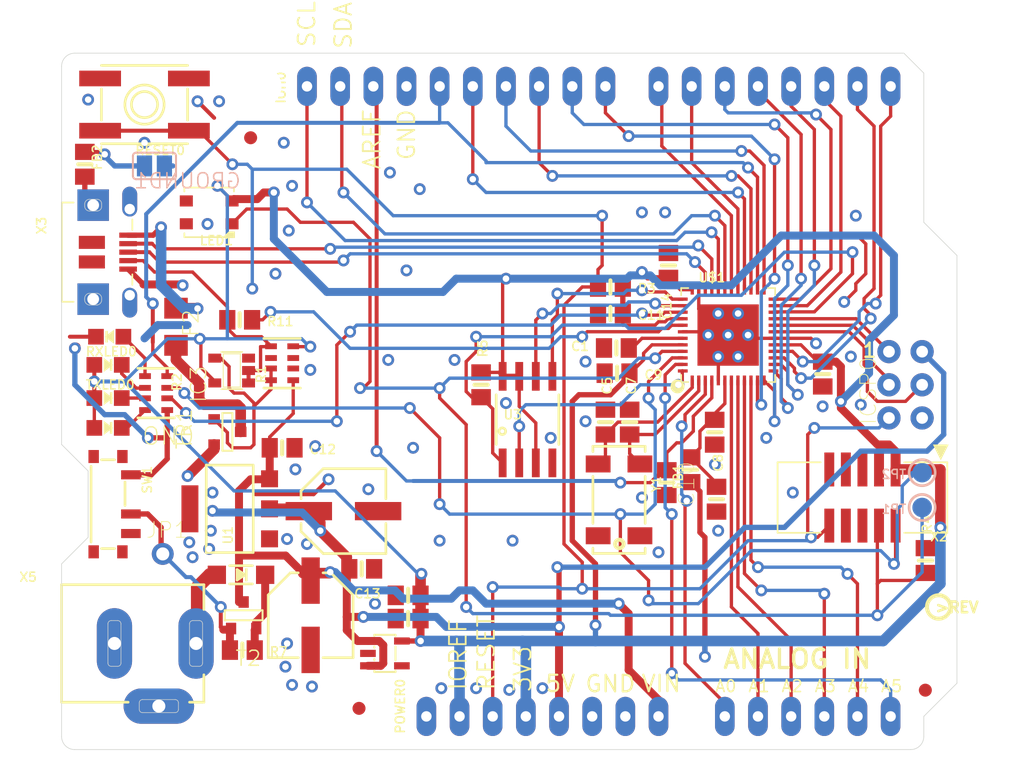
<source format=kicad_pcb>
(kicad_pcb (version 20211014) (generator pcbnew)
  (layers (0 "F.Cu" signal) (31 "B.Cu" signal) (34 "B.Paste" user) (35 "F.Paste" user) (36 "B.SilkS" user "B.Silkscreen") (37 "F.SilkS" user "F.Silkscreen") (38 "B.Mask" user) (39 "F.Mask" user) (44 "Edge.Cuts" user))
  (net 0 "")
  (net 1 "+5V")
  (net 2 "GND")
  (net 3 "AREF")
  (net 4 "VIN")
  (net 5 "SCK")
  (net 6 "D-")
  (net 7 "D+")
  (net 8 "MISO")
  (net 9 "MOSI")
  (net 10 "USBVCC")
  (net 11 "USHIELD")
  (net 12 "N$1")
  (net 13 "AVCC")
  (net 14 "3.3V")
  (net 15 "N$13")
  (net 16 "VBUS")
  (net 17 "N$5")
  (net 18 "TXLED")
  (net 19 "N$7")
  (net 20 "N$3")
  (net 21 "N$2")
  (net 22 "N$15")
  (net 23 "D13")
  (net 24 "A5")
  (net 25 "A4")
  (net 26 "A3")
  (net 27 "A2")
  (net 28 "A1")
  (net 29 "D11")
  (net 30 "D12")
  (net 31 "A0")
  (net 32 "VDDCORE")
  (net 33 "SCL")
  (net 34 "SDA")
  (net 35 "D9")
  (net 36 "D8")
  (net 37 "D7")
  (net 38 "D6")
  (net 39 "D5")
  (net 40 "D4")
  (net 41 "D1")
  (net 42 "D0")
  (net 43 "D10")
  (net 44 "~{RESET}")
  (net 45 "NEOPIX/SWCLK")
  (net 46 "RXLED/SWDIO")
  (net 47 "N$4")
  (net 48 "N$6")
  (net 49 "D3")
  (net 50 "D2")
  (net 51 "PA28_USB_HOST_EN")
  (net 52 "N$10")
  (net 53 "N$11")
  (net 54 "N$8")
  (net 55 "FLASH_CS")
  (net 56 "FLASH_SCK")
  (net 57 "FLASH_MOSI")
  (net 58 "FLASH_MISO")
  (net 59 "N$9")
  (footprint "" (layer "F.Cu") (at 180.2511 96.1136)
    (fp_text reference "@HOLE0" hide)
    (fp_text value "")
  )
  (footprint "boardEagle:FIDUCIAL_1MM" (layer "F.Cu") (at 128.6891 84.8106)
    (fp_text reference "FD1" hide)
    (fp_text value "FIDUCIAL_1MM" hide)
  )
  (footprint "boardEagle:SOIC8_208MIL" (layer "F.Cu") (at 149.8981 106.4006)
    (fp_text reference "U3")
    (fp_text value "SPI Flash")
  )
  (footprint "boardEagle:SOT23-DBV" (layer "F.Cu") (at 138.9761 124.3076 -90)
    (fp_text reference "U2" hide)
    (fp_text value "AP2112K-3.3")
  )
  (footprint "boardEagle:CHIPLED_0805_NOOUTLINE" (layer "F.Cu") (at 117.8941 100.0506 90)
    (fp_text reference "L0" hide)
    (fp_text value "RED")
  )
  (footprint "boardEagle:CRYSTAL_8X3.8" (layer "F.Cu") (at 156.9085 112.5474 -90)
    (fp_text reference "Y1")
    (fp_text value "32.768KHz")
  )
  (footprint "boardEagle:2X03_ROUND_70MIL" (layer "F.Cu") (at 178.8541 103.7336 -90)
    (fp_text reference "ICSP0")
    (fp_text value "3x2 M")
  )
  (footprint "boardEagle:TQFN48_7MM" (layer "F.Cu") (at 165.2651 99.9236)
    (fp_text reference "U$1")
    (fp_text value "ATSAMD21G18_QFN")
  )
  (footprint "boardEagle:CHIPLED_0805_NOOUTLINE" (layer "F.Cu") (at 117.7671 102.2096 -90)
    (fp_text reference "RXLED0")
    (fp_text value "YELLOW")
  )
  (footprint "boardEagle:METRO_M0_FRONT" (layer "F.Cu") (at 114.2111 131.6736)
    (fp_text reference "U$30" hide)
    (fp_text value "" hide)
  )
  (footprint "boardEagle:SOT223-R" (layer "F.Cu") (at 127.0889 113.2332 90)
    (fp_text reference "U1")
    (fp_text value "NCP1117ST50T3G")
  )
  (footprint "boardEagle:0805-NO" (layer "F.Cu") (at 172.510484 102.912613 90)
    (fp_text reference "C6" hide)
    (fp_text value "0.1uF")
  )
  (footprint "boardEagle:SOD-123" (layer "F.Cu") (at 127.9525 118.2878 180)
    (fp_text reference "D1" hide)
    (fp_text value "MBR120")
  )
  (footprint "boardEagle:R1206" (layer "F.Cu") (at 122.9741 99.2886 -90)
    (fp_text reference "F2")
    (fp_text value "500mA")
  )
  (footprint "boardEagle:0805-NO" (layer "F.Cu") (at 131.1021 108.5596)
    (fp_text reference "C12")
    (fp_text value "0.1uF")
  )
  (footprint "boardEagle:0805-NO" (layer "F.Cu") (at 137.1981 117.8306 180)
    (fp_text reference "C2" hide)
    (fp_text value "0.1uF")
  )
  (footprint "boardEagle:PCBFEAT-REV-040" (layer "F.Cu") (at 181.3941 120.7516)
    (fp_text reference "U$14" hide)
    (fp_text value "" hide)
  )
  (footprint "boardEagle:0805-NO" (layer "F.Cu") (at 146.3421 103.7336 90)
    (fp_text reference "R5")
    (fp_text value "10K")
  )
  (footprint "boardEagle:0805-NO" (layer "F.Cu") (at 128.0541 124.0536)
    (fp_text reference "R7")
    (fp_text value "10K")
  )
  (footprint "boardEagle:1X01_ROUND" (layer "F.Cu") (at 121.9581 116.6876)
    (fp_text reference "JP1")
    (fp_text value "")
  )
  (footprint "boardEagle:0805-NO" (layer "F.Cu") (at 156.2481 98.2726)
    (fp_text reference "C11")
    (fp_text value "0.1uF")
  )
  (footprint "boardEagle:0805-NO" (layer "F.Cu") (at 164.3761 112.4966 90)
    (fp_text reference "C8")
    (fp_text value "10uF")
  )
  (footprint "boardEagle:0805-NO" (layer "F.Cu") (at 127.8509 98.7552)
    (fp_text reference "R11")
    (fp_text value "330R")
  )
  (footprint "boardEagle:FIDUCIAL_1MM" (layer "F.Cu") (at 136.9911 128.5176)
    (fp_text reference "FD3" hide)
    (fp_text value "FIDUCIAL_1MM" hide)
  )
  (footprint "boardEagle:RESPACK_4X0603" (layer "F.Cu") (at 121.4501 104.3686 -90)
    (fp_text reference "R2")
    (fp_text value "1K")
  )
  (footprint "boardEagle:0805-NO" (layer "F.Cu") (at 156.7561 102.8446)
    (fp_text reference "C9")
    (fp_text value "0.1uF")
  )
  (footprint "boardEagle:1X06_OVALWAVE" (layer "F.Cu") (at 171.3611 129.1336)
    (fp_text reference "AD0" hide)
    (fp_text value "20609" hide)
  )
  (footprint "boardEagle:SOT-23" (layer "F.Cu") (at 126.9111 107.3658 90)
    (fp_text reference "TR1")
    (fp_text value "DMP3098L-7")
  )
  (footprint "boardEagle:0805-NO" (layer "F.Cu") (at 140.7541 121.6406)
    (fp_text reference "C3" hide)
    (fp_text value "10uF")
  )
  (footprint "boardEagle:4UCONN_20329_V2" (layer "F.Cu") (at 118.5291 93.5736 -90)
    (fp_text reference "X3")
    (fp_text value "20329")
    (fp_line (start -4.05 2.15) (end -4.05 1.6) (layer "Edge.Cuts") (width 0.05))
    (fp_line (start -3.7 1.25) (end -3.5 1.25) (layer "Edge.Cuts") (width 0.05))
    (fp_line (start -3.5 2.55) (end -3.7 2.55) (layer "Edge.Cuts") (width 0.05))
    (fp_line (start 4.05 1.6) (end 4.05 2.2) (layer "Edge.Cuts") (width 0.05))
    (fp_line (start -3.15 1.6) (end -3.15 2.15) (layer "Edge.Cuts") (width 0.05))
    (fp_line (start 3.15 2.2) (end 3.15 1.6) (layer "Edge.Cuts") (width 0.05))
    (fp_arc (start 3.6 2.55) (mid 3.302513 2.468198) (end 3.15 2.2) (layer "Edge.Cuts") (width 0.05))
    (fp_arc (start -3.15 2.15) (mid -3.242157 2.422487) (end -3.5 2.55) (layer "Edge.Cuts") (width 0.05))
    (fp_arc (start -4.05 1.6) (mid -3.947487 1.352513) (end -3.7 1.25) (layer "Edge.Cuts") (width 0.05))
    (fp_arc (start 4.05 2.2) (mid 3.897487 2.468198) (end 3.6 2.55) (layer "Edge.Cuts") (width 0.05))
    (fp_arc (start 3.6 1.25) (mid 3.897487 1.331802) (end 4.05 1.6) (layer "Edge.Cuts") (width 0.05))
    (fp_arc (start 3.15 1.6) (mid 3.302513 1.331802) (end 3.6 1.25) (layer "Edge.Cuts") (width 0.05))
    (fp_arc (start -3.7 2.55) (mid -3.957843 2.422487) (end -4.05 2.15) (layer "Edge.Cuts") (width 0.05))
    (fp_arc (start -3.5 1.25) (mid -3.252513 1.352513) (end -3.15 1.6) (layer "Edge.Cuts") (width 0.05))
  )
  (footprint "boardEagle:0805-NO" (layer "F.Cu") (at 115.9891 86.8426 -90)
    (fp_text reference "FB2")
    (fp_text value "FERRITE")
  )
  (footprint "boardEagle:2X05_1.27MM_BOX_POSTS" (layer "F.Cu") (at 175.5521 112.3696 180)
    (fp_text reference "X2")
    (fp_text value "2x5 0.05\" SWD")
  )
  (footprint "boardEagle:RESPACK_4X0603" (layer "F.Cu") (at 131.1021 102.0826 90)
    (fp_text reference "R1")
    (fp_text value "100K")
  )
  (footprint "boardEagle:LED3535" (layer "F.Cu") (at 125.5141 90.5256 180)
    (fp_text reference "LED1")
    (fp_text value "WS2812B3535")
  )
  (footprint "boardEagle:CHIPLED_0805_NOOUTLINE" (layer "F.Cu") (at 117.7671 107.0356 -90)
    (fp_text reference "ON0")
    (fp_text value "GREEN")
  )
  (footprint "boardEagle:EVQ-Q2" (layer "F.Cu") (at 120.5611 82.2706 180)
    (fp_text reference "RESET0")
    (fp_text value "EVQQ 6mm")
  )
  (footprint "" (layer "F.Cu") (at 128.1811 129.1336)
    (fp_text reference "@HOLE3" hide)
    (fp_text value "")
  )
  (footprint "boardEagle:1X08_OVALWAVE" (layer "F.Cu") (at 151.0411 129.1336)
    (fp_text reference "POWER0")
    (fp_text value "20610" hide)
  )
  (footprint "boardEagle:0805-NO" (layer "F.Cu") (at 180.3781 117.1956 90)
    (fp_text reference "R4")
    (fp_text value "1K")
  )
  (footprint "boardEagle:FIDUCIAL_1MM" (layer "F.Cu") (at 180.3701 127.1246)
    (fp_text reference "FD2" hide)
    (fp_text value "FIDUCIAL_1MM" hide)
  )
  (footprint "boardEagle:CHIPLED_0805_NOOUTLINE" (layer "F.Cu") (at 117.7671 104.7496 -90)
    (fp_text reference "TXLED0")
    (fp_text value "YELLOW")
  )
  (footprint "boardEagle:SOT-23" (layer "F.Cu") (at 128.1811 121.3866 180)
    (fp_text reference "T2")
    (fp_text value "DMP3098L-7")
  )
  (footprint "boardEagle:0805-NO" (layer "F.Cu") (at 164.233687 107.366641 90)
    (fp_text reference "C10")
    (fp_text value "0.1uF")
  )
  (footprint "boardEagle:0805-NO" (layer "F.Cu") (at 155.8671 106.5911 90)
    (fp_text reference "C5")
    (fp_text value "22pF")
  )
  (footprint "boardEagle:1X10_OVALWAVE" (layer "F.Cu") (at 144.4371 80.8736)
    (fp_text reference "IOH0")
    (fp_text value "20611" hide)
  )
  (footprint "boardEagle:0805-NO" (layer "F.Cu") (at 160.5661 111.2266 90)
    (fp_text reference "C4" hide)
    (fp_text value "0.1uF")
  )
  (footprint "" (layer "F.Cu") (at 129.4511 80.8736)
    (fp_text reference "@HOLE2" hide)
    (fp_text value "")
  )
  (footprint "boardEagle:PANASONIC_D" (layer "F.Cu") (at 133.2865 121.3866 90)
    (fp_text reference "PC1" hide)
    (fp_text value "47uF/25V")
  )
  (footprint "boardEagle:0805-NO" (layer "F.Cu") (at 140.7541 119.8626 180)
    (fp_text reference "C13")
    (fp_text value "0.1uF")
  )
  (footprint "boardEagle:SOT23-5" (layer "F.Cu") (at 127.2413 102.6414 90)
    (fp_text reference "IC3")
    (fp_text value "74LVC1G125D")
  )
  (footprint "boardEagle:SPDT_SMT_SSSS811101" (layer "F.Cu") (at 117.7671 112.8776 -90)
    (fp_text reference "SW1")
    (fp_text value "")
  )
  (footprint "boardEagle:0805-NO" (layer "F.Cu") (at 160.6931 94.5896 -90)
    (fp_text reference "C14")
    (fp_text value "0.1uF")
  )
  (footprint "boardEagle:0805-NO" (layer "F.Cu") (at 157.7213 106.5911 90)
    (fp_text reference "C7")
    (fp_text value "22pF")
  )
  (footprint "boardEagle:DCJACK_2MM_PTH" (layer "F.Cu") (at 110.9091 123.5456)
    (fp_text reference "X5")
    (fp_text value "2.1mm")
    (fp_line (start 7.85 -1.5) (end 7.85 1.5) (layer "Edge.Cuts") (width 0.05))
    (fp_line (start 9.25 5.05) (end 9.25 4.55) (layer "Edge.Cuts") (width 0.05))
    (fp_line (start 9.5 4.3) (end 12 4.3) (layer "Edge.Cuts") (width 0.05))
    (fp_line (start 7.1 -1.75) (end 7.6 -1.75) (layer "Edge.Cuts") (width 0.05))
    (fp_line (start 12.25 4.55) (end 12.25 5.05) (layer "Edge.Cuts") (width 0.05))
    (fp_line (start 7.6 1.75) (end 7.1 1.75) (layer "Edge.Cuts") (width 0.05))
    (fp_line (start 14.1 -1.5) (end 14.1 1.5) (layer "Edge.Cuts") (width 0.05))
    (fp_line (start 6.85 1.5) (end 6.85 -1.5) (layer "Edge.Cuts") (width 0.05))
    (fp_line (start 13.1 1.5) (end 13.1 -1.5) (layer "Edge.Cuts") (width 0.05))
    (fp_line (start 13.85 1.75) (end 13.35 1.75) (layer "Edge.Cuts") (width 0.05))
    (fp_line (start 13.35 -1.75) (end 13.85 -1.75) (layer "Edge.Cuts") (width 0.05))
    (fp_line (start 12 5.3) (end 9.5 5.3) (layer "Edge.Cuts") (width 0.05))
    (fp_arc (start 14.1 1.5) (mid 14.026777 1.676777) (end 13.85 1.75) (layer "Edge.Cuts") (width 0.05))
    (fp_arc (start 12.25 5.05) (mid 12.176777 5.226777) (end 12 5.3) (layer "Edge.Cuts") (width 0.05))
    (fp_arc (start 13.1 -1.5) (mid 13.173223 -1.676777) (end 13.35 -1.75) (layer "Edge.Cuts") (width 0.05))
    (fp_arc (start 7.85 1.5) (mid 7.776777 1.676777) (end 7.6 1.75) (layer "Edge.Cuts") (width 0.05))
    (fp_arc (start 9.5 5.3) (mid 9.323223 5.226777) (end 9.25 5.05) (layer "Edge.Cuts") (width 0.05))
    (fp_arc (start 7.6 -1.75) (mid 7.776777 -1.676777) (end 7.85 -1.5) (layer "Edge.Cuts") (width 0.05))
    (fp_arc (start 9.25 4.55) (mid 9.323223 4.373223) (end 9.5 4.3) (layer "Edge.Cuts") (width 0.05))
    (fp_arc (start 13.35 1.75) (mid 13.173223 1.676777) (end 13.1 1.5) (layer "Edge.Cuts") (width 0.05))
    (fp_arc (start 6.85 -1.5) (mid 6.923223 -1.676777) (end 7.1 -1.75) (layer "Edge.Cuts") (width 0.05))
    (fp_arc (start 7.1 1.75) (mid 6.923223 1.676777) (end 6.85 1.5) (layer "Edge.Cuts") (width 0.05))
    (fp_arc (start 12 4.3) (mid 12.176777 4.373223) (end 12.25 4.55) (layer "Edge.Cuts") (width 0.05))
    (fp_arc (start 13.85 -1.75) (mid 14.026777 -1.676777) (end 14.1 -1.5) (layer "Edge.Cuts") (width 0.05))
  )
  (footprint "boardEagle:0805-NO" (layer "F.Cu") (at 156.7053 100.9142 180)
    (fp_text reference "C1")
    (fp_text value "1uF")
  )
  (footprint "" (layer "F.Cu") (at 180.2511 124.0536)
    (fp_text reference "@HOLE1" hide)
    (fp_text value "")
  )
  (footprint "boardEagle:1X08_OVALWAVE" (layer "F.Cu") (at 168.8211 80.8736)
    (fp_text reference "IOL0" hide)
    (fp_text value "20610" hide)
  )
  (footprint "boardEagle:PANASONIC_D" (layer "F.Cu") (at 135.8011 113.411 180)
    (fp_text reference "PC2" hide)
    (fp_text value "47uF+/6.3V+")
  )
  (footprint "boardEagle:0805-NO" (layer "F.Cu") (at 156.2481 96.2406)
    (fp_text reference "R3")
    (fp_text value "330R")
  )
  (footprint "boardEagle:0805-NO" (layer "F.Cu") (at 162.390321 110.238772 90)
    (fp_text reference "FB1")
    (fp_text value "FERRITE")
  )
  (footprint "boardEagle:TESTPOINT_ROUND_1.5MM" (layer "B.Cu") (at 180.1241 110.4646 180)
    (fp_text reference "TP2")
    (fp_text value "")
  )
  (footprint "boardEagle:METRO_M0_BACK" (layer "B.Cu") (at 182.7911 131.6736 180)
    (fp_text reference "U$11" hide)
    (fp_text value "" hide)
  )
  (footprint "boardEagle:TESTPOINT_ROUND_1.5MM" (layer "B.Cu") (at 180.1241 113.1316 180)
    (fp_text reference "TP1")
    (fp_text value "")
  )
  (footprint "boardEagle:SJ" (layer "B.Cu") (at 121.3231 86.9696)
    (fp_text reference "GROUND1")
    (fp_text value "")
  )
  (gr_line (start 178.7271 78.3336) (end 180.2511 79.8576) (layer "Edge.Cuts") (width 0.05))
  (gr_line (start 182.7911 93.8276) (end 182.7911 126.5936) (layer "Edge.Cuts") (width 0.05))
  (gr_line (start 182.7911 126.5936) (end 180.2511 129.1336) (layer "Edge.Cuts") (width 0.05))
  (gr_line (start 114.2111 130.6736) (end 114.2111 117.4496) (layer "Edge.Cuts") (width 0.05))
  (gr_line (start 179.2511 131.6736) (end 115.2111 131.6736) (layer "Edge.Cuts") (width 0.05))
  (gr_line (start 114.2111 117.4496) (end 116.2431 115.4176) (layer "Edge.Cuts") (width 0.05))
  (gr_arc (start 114.2111 79.3336) (mid 114.503993 78.626493) (end 115.2111 78.3336) (layer "Edge.Cuts") (width 0.05))
  (gr_arc (start 115.2111 131.6736) (mid 114.503993 131.380707) (end 114.2111 130.6736) (layer "Edge.Cuts") (width 0.05))
  (gr_line (start 180.2511 129.1336) (end 180.2511 130.6736) (layer "Edge.Cuts") (width 0.05))
  (gr_line (start 114.2111 108.3056) (end 114.2111 79.3336) (layer "Edge.Cuts") (width 0.05))
  (gr_line (start 115.2111 78.3336) (end 178.7271 78.3336) (layer "Edge.Cuts") (width 0.05))
  (gr_line (start 116.2431 115.4176) (end 116.2431 110.3376) (layer "Edge.Cuts") (width 0.05))
  (gr_line (start 180.2511 91.2876) (end 182.7911 93.8276) (layer "Edge.Cuts") (width 0.05))
  (gr_line (start 116.2431 110.3376) (end 114.2111 108.3056) (layer "Edge.Cuts") (width 0.05))
  (gr_line (start 180.2511 79.8576) (end 180.2511 91.2876) (layer "Edge.Cuts") (width 0.05))
  (gr_arc (start 180.2511 130.6736) (mid 179.958207 131.380707) (end 179.2511 131.6736) (layer "Edge.Cuts") (width 0.05))
  (gr_text "A5" (at 176.8997 127.3434) (layer "F.SilkS") (effects (font (size 0.89408 0.89408) (thickness 0.12192)) (justify left bottom)))
  (gr_text "1" (at 175.4575 101.7292) (layer "F.SilkS") (effects (font (size 1.0795 1.0795) (thickness 0.1905)) (justify left bottom)))
  (gr_text "VIN" (at 158.5341 127.3556) (layer "F.SilkS") (effects (font (size 1.251712 1.251712) (thickness 0.170688)) (justify left bottom)))
  (gr_text "RESET" (at 147.4851 127.2286 90) (layer "F.SilkS") (effects (font (size 1.28016 1.28016) (thickness 0.14224)) (justify left bottom)))
  (gr_text "SDA" (at 136.5333 78.0928 90) (layer "F.SilkS") (effects (font (size 1.28016 1.28016) (thickness 0.14224)) (justify left bottom)))
  (gr_text "A2" (at 169.2797 127.3434) (layer "F.SilkS") (effects (font (size 0.89408 0.89408) (thickness 0.12192)) (justify left bottom)))
  (gr_text "AREF" (at 137.2279 82.5114 90) (layer "F.SilkS") (effects (font (size 1.28016 1.28016) (thickness 0.14224)) (justify right top)))
  (gr_text "IOREF" (at 145.3261 127.2286 90) (layer "F.SilkS") (effects (font (size 1.28016 1.28016) (thickness 0.14224)) (justify left bottom)))
  (gr_text "A4" (at 174.3597 127.3434) (layer "F.SilkS") (effects (font (size 0.89408 0.89408) (thickness 0.12192)) (justify left bottom)))
  (gr_text "SCL" (at 133.7393 77.9658 90) (layer "F.SilkS") (effects (font (size 1.28016 1.28016) (thickness 0.14224)) (justify left bottom)))
  (gr_text "ANALOG IN" (at 164.7571 125.5776) (layer "F.SilkS") (effects (font (size 1.42494 1.42494) (thickness 0.25146)) (justify left bottom)))
  (gr_text "GND" (at 139.8841 82.5368 90) (layer "F.SilkS") (effects (font (size 1.28016 1.28016) (thickness 0.14224)) (justify right top)))
  (gr_text "5V" (at 151.1681 127.3556) (layer "F.SilkS") (effects (font (size 1.251712 1.251712) (thickness 0.170688)) (justify left bottom)))
  (gr_text "GND" (at 154.2245 127.3688) (layer "F.SilkS") (effects (font (size 1.251712 1.251712) (thickness 0.170688)) (justify left bottom)))
  (gr_text "3V3" (at 150.2791 127.3556 90) (layer "F.SilkS") (effects (font (size 1.28016 1.28016) (thickness 0.14224)) (justify left bottom)))
  (gr_text "A1" (at 166.7397 127.3434) (layer "F.SilkS") (effects (font (size 0.89408 0.89408) (thickness 0.12192)) (justify left bottom)))
  (gr_text "A0" (at 164.1997 127.3434) (layer "F.SilkS") (effects (font (size 0.89408 0.89408) (thickness 0.12192)) (justify left bottom)))
  (gr_text "A3" (at 171.8197 127.3434) (layer "F.SilkS") (effects (font (size 0.89408 0.89408) (thickness 0.12192)) (justify left bottom)))
  (segment (start 152.3111 117.8306) (end 152.3111 122.2756) (width 0.4064) (layer "F.Cu") (net 1))
  (segment (start 136.0551 117.8306) (end 136.0551 116.985) (width 0.6096) (layer "F.Cu") (net 1))
  (segment (start 134.0231 114.287) (end 133.1471 113.411) (width 0.8128) (layer "F.Cu") (net 1))
  (segment (start 138.5341 123.3576) (end 138.8491 123.6726) (width 0.6096) (layer "F.Cu") (net 1))
  (segment (start 136.0551 116.985) (end 136.0551 116.9416) (width 0.8128) (layer "F.Cu") (net 1))
  (segment (start 132.9693 113.2332) (end 133.1471 113.411) (width 0.8128) (layer "F.Cu") (net 1))
  (segment (start 134.0231 114.9096) (end 134.0231 114.287) (width 0.8128) (layer "F.Cu") (net 1))
  (segment (start 130.1389 113.2332) (end 132.9693 113.2332) (width 0.8128) (layer "F.Cu") (net 1))
  (segment (start 137.6761 125.2576) (end 138.6611 125.2576) (width 0.6096) (layer "F.Cu") (net 1))
  (segment (start 152.1841 117.7036) (end 152.3111 117.8306) (width 0.4064) (layer "F.Cu") (net 1))
  (segment (start 125.8951 108.6866) (end 123.8631 110.7186) (width 0.8128) (layer "F.Cu") (net 1))
  (segment (start 136.8831 123.3576) (end 136.0551 122.5296) (width 0.6096) (layer "F.Cu") (net 1))
  (segment (start 136.2481 117.8306) (end 136.0551 117.8306) (width 0.4064) (layer "F.Cu") (net 1))
  (segment (start 136.0551 121.5136) (end 136.0551 117.8306) (width 0.6096) (layer "F.Cu") (net 1))
  (segment (start 137.6761 123.3576) (end 138.5341 123.3576) (width 0.6096) (layer "F.Cu") (net 1))
  (segment (start 137.6761 123.3576) (end 136.8831 123.3576) (width 0.6096) (layer "F.Cu") (net 1))
  (segment (start 152.3111 122.2756) (end 152.3111 129.1336) (width 0.6096) (layer "F.Cu") (net 1))
  (segment (start 136.0551 116.9416) (end 134.0231 114.9096) (width 0.8128) (layer "F.Cu") (net 1))
  (segment (start 138.8491 123.6726) (end 138.8491 125.0696) (width 0.6096) (layer "F.Cu") (net 1))
  (segment (start 125.8951 108.3056) (end 125.8951 108.6866) (width 0.8128) (layer "F.Cu") (net 1))
  (segment (start 136.0551 122.5296) (end 136.0551 121.5136) (width 0.6096) (layer "F.Cu") (net 1))
  (segment (start 138.8491 125.0696) (end 138.6611 125.2576) (width 0.6096) (layer "F.Cu") (net 1))
  (segment (start 137.3251 121.5136) (end 136.0551 121.5136) (width 0.6096) (layer "F.Cu") (net 1))
  (via (at 123.9901 115.7986) (size 0.9064) (drill 0.5) (layers "F.Cu" "B.Cu") (net 1))
  (via (at 125.7681 113.3856) (size 0.9064) (drill 0.5) (layers "F.Cu" "B.Cu") (net 1))
  (via (at 124.2441 116.9416) (size 0.9064) (drill 0.5) (layers "F.Cu" "B.Cu") (net 1))
  (via (at 152.3111 122.2756) (size 0.9064) (drill 0.5) (layers "F.Cu" "B.Cu") (net 1))
  (via (at 137.3251 121.5136) (size 0.9064) (drill 0.5) (layers "F.Cu" "B.Cu") (net 1))
  (via (at 134.0231 114.9096) (size 0.9064) (drill 0.5) (layers "F.Cu" "B.Cu") (net 1))
  (via (at 123.8631 110.7186) (size 0.9064) (drill 0.5) (layers "F.Cu" "B.Cu") (net 1))
  (via (at 125.5141 116.3066) (size 0.9064) (drill 0.5) (layers "F.Cu" "B.Cu") (net 1))
  (via (at 125.7681 111.9886) (size 0.9064) (drill 0.5) (layers "F.Cu" "B.Cu") (net 1))
  (via (at 125.6411 114.9096) (size 0.9064) (drill 0.5) (layers "F.Cu" "B.Cu") (net 1))
  (via (at 152.1841 117.7036) (size 0.9064) (drill 0.5) (layers "F.Cu" "B.Cu") (net 1))
  (segment (start 125.8951 113.3856) (end 125.7681 113.3856) (width 0.6096) (layer "B.Cu") (net 1))
  (segment (start 181.7751 102.8446) (end 181.7751 107.5436) (width 0.4064) (layer "B.Cu") (net 1))
  (segment (start 134.0231 114.9096) (end 132.6261 113.5126) (width 0.6096) (layer "B.Cu") (net 1))
  (segment (start 142.9131 121.5136) (end 137.3251 121.5136) (width 0.6096) (layer "B.Cu") (net 1))
  (segment (start 126.0221 113.5126) (end 125.8951 113.3856) (width 0.6096) (layer "B.Cu") (net 1))
  (segment (start 175.4251 108.8136) (end 169.5831 114.6556) (width 0.4064) (layer "B.Cu") (net 1))
  (segment (start 132.6261 113.5126) (end 126.0221 113.5126) (width 0.6096) (layer "B.Cu") (net 1))
  (segment (start 180.1241 101.1936) (end 181.7751 102.8446) (width 0.4064) (layer "B.Cu") (net 1))
  (segment (start 180.5051 108.8136) (end 175.4251 108.8136) (width 0.4064) (layer "B.Cu") (net 1))
  (segment (start 143.6751 122.2756) (end 142.9131 121.5136) (width 0.6096) (layer "B.Cu") (net 1))
  (segment (start 181.7751 107.5436) (end 180.5051 108.8136) (width 0.4064) (layer "B.Cu") (net 1))
  (segment (start 163.4871 117.7036) (end 152.1841 117.7036) (width 0.4064) (layer "B.Cu") (net 1))
  (segment (start 169.5831 114.6556) (end 166.5351 114.6556) (width 0.4064) (layer "B.Cu") (net 1))
  (segment (start 152.3111 122.2756) (end 143.6751 122.2756) (width 0.6096) (layer "B.Cu") (net 1))
  (segment (start 166.5351 114.6556) (end 163.4871 117.7036) (width 0.4064) (layer "B.Cu") (net 1))
  (segment (start 119.3041 94.8736) (end 120.4781 96.0476) (width 0.4064) (layer "F.Cu") (net 2))
  (segment (start 119.5171 110.6276) (end 121.0791 110.6276) (width 0.4064) (layer "F.Cu") (net 2))
  (segment (start 120.4781 96.0476) (end 123.4161 96.0476) (width 0.6096) (layer "F.Cu") (net 2))
  (segment (start 120.8151 107.7976) (end 122.3001 107.7976) (width 0.4064) (layer "F.Cu") (net 2))
  (segment (start 116.8441 100.0506) (end 114.8461 100.0506) (width 0.3048) (layer "F.Cu") (net 2))
  (segment (start 164.2491 100.1776) (end 163.9951 100.1776) (width 0.254) (layer "F.Cu") (net 2))
  (segment (start 167.0391 100.1736) (end 166.7891 99.9236) (width 0.254) (layer "F.Cu") (net 2))
  (segment (start 168.7401 100.1736) (end 167.0391 100.1736) (width 0.254) (layer "F.Cu") (net 2))
  (segment (start 175.8061 95.2246) (end 175.8061 92.9386) (width 0.254) (layer "F.Cu") (net 2))
  (segment (start 125.8951 83.2866) (end 124.6251 82.0166) (width 0.3048) (layer "F.Cu") (net 2))
  (segment (start 164.5151 101.9436) (end 164.5031 101.9436) (width 0.4064) (layer "F.Cu") (net 2))
  (segment (start 175.0441 96.4946) (end 175.0441 95.9866) (width 0.254) (layer "F.Cu") (net 2))
  (segment (start 175.8061 92.9386) (end 175.4251 92.5576) (width 0.254) (layer "F.Cu") (net 2))
  (segment (start 133.5151 112.1156) (end 129.0701 112.1156) (width 0.3048) (layer "F.Cu") (net 2))
  (segment (start 163.3601 98.2726) (end 164.5031 98.2726) (width 0.254) (layer "F.Cu") (net 2))
  (segment (start 171.6111 100.1736) (end 171.9961 100.5586) (width 0.254) (layer "F.Cu") (net 2))
  (segment (start 123.4161 96.0476) (end 123.4821 96.1136) (width 0.6096) (layer "F.Cu") (net 2))
  (segment (start 174.1551 97.3836) (end 175.0441 96.4946) (width 0.254) (layer "F.Cu") (net 2))
  (segment (start 163.7451 99.6736) (end 164.2491 100.1776) (width 0.254) (layer "F.Cu") (net 2))
  (segment (start 164.5151 103.3986) (end 164.5151 101.9436) (width 0.254) (layer "F.Cu") (net 2))
  (segment (start 164.5151 101.9436) (end 165.0111 101.4476) (width 0.254) (layer "F.Cu") (net 2))
  (segment (start 115.3541 100.8126) (end 115.2271 100.9396) (width 0.6096) (layer "F.Cu") (net 2))
  (segment (start 122.3001 109.4066) (end 121.0791 110.6276) (width 0.4064) (layer "F.Cu") (net 2))
  (segment (start 161.7901 99.6736) (end 163.7451 99.6736) (width 0.254) (layer "F.Cu") (net 2))
  (segment (start 134.6581 110.9726) (end 133.5151 112.1156) (width 0.3048) (layer "F.Cu") (net 2))
  (segment (start 122.3001 105.6686) (end 122.3001 107.7976) (width 0.4064) (layer "F.Cu") (net 2))
  (segment (start 164.5031 101.9436) (end 164.5031 101.5746) (width 0.4064) (layer "F.Cu") (net 2))
  (segment (start 122.3001 107.7976) (end 122.3001 109.4066) (width 0.4064) (layer "F.Cu") (net 2))
  (segment (start 175.0441 95.9866) (end 175.8061 95.2246) (width 0.254) (layer "F.Cu") (net 2))
  (segment (start 168.7401 100.1736) (end 171.6111 100.1736) (width 0.254) (layer "F.Cu") (net 2))
  (segment (start 163.9951 100.1776) (end 163.7411 99.9236) (width 0.254) (layer "F.Cu") (net 2))
  (segment (start 163.0151 96.4486) (end 163.0151 97.9276) (width 0.254) (layer "F.Cu") (net 2))
  (segment (start 163.0151 97.9276) (end 163.3601 98.2726) (width 0.254) (layer "F.Cu") (net 2))
  (segment (start 175.4251 92.5576) (end 175.4251 92.3036) (width 0.254) (layer "F.Cu") (net 2))
  (via (at 143.1671 115.6716) (size 0.9064) (drill 0.5) (layers "F.Cu" "B.Cu") (net 2))
  (via (at 164.5031 98.2726) (size 0.9064) (drill 0.5) (layers "F.Cu" "B.Cu") (net 2))
  (via (at 158.6611 112.3696) (size 0.9064) (drill 0.5) (layers "F.Cu" "B.Cu") (net 2))
  (via (at 170.2181 111.9886) (size 0.9064) (drill 0.5) (layers "F.Cu" "B.Cu") (net 2))
  (via (at 174.6631 101.5746) (size 0.9064) (drill 0.5) (layers "F.Cu" "B.Cu") (net 2))
  (via (at 141.6431 88.7476) (size 0.9064) (drill 0.5) (layers "F.Cu" "B.Cu") (net 2))
  (via (at 131.4831 115.5446) (size 0.9064) (drill 0.5) (layers "F.Cu" "B.Cu") (net 2))
  (via (at 154.3431 106.5276) (size 0.9064) (drill 0.5) (layers "F.Cu" "B.Cu") (net 2))
  (via (at 141.1351 108.5596) (size 0.9064) (drill 0.5) (layers "F.Cu" "B.Cu") (net 2))
  (via (at 172.5041 105.3846) (size 0.9064) (drill 0.5) (layers "F.Cu" "B.Cu") (net 2))
  (via (at 171.9961 100.5586) (size 0.9064) (drill 0.5) (layers "F.Cu" "B.Cu") (net 2))
  (via (at 131.3561 125.3236) (size 0.9064) (drill 0.5) (layers "F.Cu" "B.Cu") (net 2))
  (via (at 151.0411 126.9746) (size 0.9064) (drill 0.5) (layers "F.Cu" "B.Cu") (net 2))
  (via (at 164.5031 101.5746) (size 0.9064) (drill 0.5) (layers "F.Cu" "B.Cu") (net 2))
  (via (at 164.2491 109.8296) (size 0.9064) (drill 0.5) (layers "F.Cu" "B.Cu") (net 2))
  (via (at 131.8641 126.7206) (size 0.9064) (drill 0.5) (layers "F.Cu" "B.Cu") (net 2))
  (via (at 165.2651 99.9236) (size 0.9064) (drill 0.5) (layers "F.Cu" "B.Cu") (net 2))
  (via (at 140.6271 94.9706) (size 0.9064) (drill 0.5) (layers "F.Cu" "B.Cu") (net 2))
  (via (at 126.2761 82.0166) (size 0.9064) (drill 0.5) (layers "F.Cu" "B.Cu") (net 2))
  (via (at 124.6251 82.0166) (size 0.9064) (drill 0.5) (layers "F.Cu" "B.Cu") (net 2))
  (via (at 123.4821 96.1136) (size 0.9064) (drill 0.5) (layers "F.Cu" "B.Cu") (net 2))
  (via (at 134.6581 110.9726) (size 0.9064) (drill 0.5) (layers "F.Cu" "B.Cu") (net 2))
  (via (at 139.2301 101.8286) (size 0.9064) (drill 0.5) (layers "F.Cu" "B.Cu") (net 2))
  (via (at 164.5031 114.9096) (size 0.9064) (drill 0.5) (layers "F.Cu" "B.Cu") (net 2))
  (via (at 166.0271 101.5746) (size 0.9064) (drill 0.5) (layers "F.Cu" "B.Cu") (net 2))
  (via (at 143.2941 126.9746) (size 0.9064) (drill 0.5) (layers "F.Cu" "B.Cu") (net 2))
  (via (at 133.2611 102.5906) (size 0.9064) (drill 0.5) (layers "F.Cu" "B.Cu") (net 2))
  (via (at 154.3431 101.9556) (size 0.9064) (drill 0.5) (layers "F.Cu" "B.Cu") (net 2))
  (via (at 174.1551 97.3836) (size 0.9064) (drill 0.5) (layers "F.Cu" "B.Cu") (net 2))
  (via (at 116.2431 81.8896) (size 0.9064) (drill 0.5) (layers "F.Cu" "B.Cu") (net 2))
  (via (at 130.5941 95.2246) (size 0.9064) (drill 0.5) (layers "F.Cu" "B.Cu") (net 2))
  (via (at 148.7551 115.6716) (size 0.9064) (drill 0.5) (layers "F.Cu" "B.Cu") (net 2))
  (via (at 168.1861 107.7976) (size 0.9064) (drill 0.5) (layers "F.Cu" "B.Cu") (net 2))
  (via (at 163.7411 99.9236) (size 0.9064) (drill 0.5) (layers "F.Cu" "B.Cu") (net 2))
  (via (at 120.5611 85.1916) (size 0.9064) (drill 0.5) (layers "F.Cu" "B.Cu") (net 2))
  (via (at 159.9311 116.5606) (size 0.9064) (drill 0.5) (layers "F.Cu" "B.Cu") (net 2))
  (via (at 158.6611 90.5256) (size 0.9064) (drill 0.5) (layers "F.Cu" "B.Cu") (net 2))
  (via (at 148.5011 127.1016) (size 0.9064) (drill 0.5) (layers "F.Cu" "B.Cu") (net 2))
  (via (at 145.9611 126.9746) (size 0.9064) (drill 0.5) (layers "F.Cu" "B.Cu") (net 2))
  (via (at 151.6761 107.7976) (size 0.9064) (drill 0.5) (layers "F.Cu" "B.Cu") (net 2))
  (via (at 175.4251 105.2576) (size 0.9064) (drill 0.5) (layers "F.Cu" "B.Cu") (net 2))
  (via (at 175.0441 90.7796) (size 0.9064) (drill 0.5) (layers "F.Cu" "B.Cu") (net 2))
  (via (at 131.2291 85.1916) (size 0.9064) (drill 0.5) (layers "F.Cu" "B.Cu") (net 2))
  (via (at 133.6421 108.4326) (size 0.9064) (drill 0.5) (layers "F.Cu" "B.Cu") (net 2))
  (via (at 144.3101 101.8286) (size 0.9064) (drill 0.5) (layers "F.Cu" "B.Cu") (net 2))
  (via (at 115.2271 100.9396) (size 0.9064) (drill 0.5) (layers "F.Cu" "B.Cu") (net 2))
  (via (at 120.8151 107.7976) (size 0.9064) (drill 0.5) (layers "F.Cu" "B.Cu") (net 2))
  (via (at 133.0071 115.9256) (size 0.9064) (drill 0.5) (layers "F.Cu" "B.Cu") (net 2))
  (via (at 139.3571 87.4776) (size 0.9064) (drill 0.5) (layers "F.Cu" "B.Cu") (net 2))
  (via (at 166.0271 98.2726) (size 0.9064) (drill 0.5) (layers "F.Cu" "B.Cu") (net 2))
  (via (at 131.8641 88.4936) (size 0.9064) (drill 0.5) (layers "F.Cu" "B.Cu") (net 2))
  (via (at 160.4391 90.5256) (size 0.9064) (drill 0.5) (layers "F.Cu" "B.Cu") (net 2))
  (via (at 132.1181 110.2106) (size 0.9064) (drill 0.5) (layers "F.Cu" "B.Cu") (net 2))
  (via (at 131.4831 123.5456) (size 0.9064) (drill 0.5) (layers "F.Cu" "B.Cu") (net 2))
  (via (at 138.2141 120.4976) (size 0.9064) (drill 0.5) (layers "F.Cu" "B.Cu") (net 2))
  (via (at 125.3871 91.4146) (size 0.9064) (drill 0.5) (layers "F.Cu" "B.Cu") (net 2))
  (via (at 137.7061 111.7346) (size 0.9064) (drill 0.5) (layers "F.Cu" "B.Cu") (net 2))
  (via (at 133.3881 126.8476) (size 0.9064) (drill 0.5) (layers "F.Cu" "B.Cu") (net 2))
  (via (at 148.2471 105.1306) (size 0.9064) (drill 0.5) (layers "F.Cu" "B.Cu") (net 2))
  (via (at 131.6101 91.9226) (size 0.9064) (drill 0.5) (layers "F.Cu" "B.Cu") (net 2))
  (via (at 166.7891 99.9236) (size 0.9064) (drill 0.5) (layers "F.Cu" "B.Cu") (net 2))
  (segment (start 119.0371 106.0196) (end 120.8151 107.7976) (width 0.4064) (layer "B.Cu") (net 2))
  (segment (start 117.5131 106.0196) (end 119.0371 106.0196) (width 0.4064) (layer "B.Cu") (net 2))
  (segment (start 120.5611 100.1776) (end 121.5771 99.1616) (width 0.6096) (layer "B.Cu") (net 2))
  (segment (start 115.2271 103.7336) (end 117.5131 106.0196) (width 0.4064) (layer "B.Cu") (net 2))
  (segment (start 122.0851 86.9696) (end 122.7201 86.9696) (width 0.4064) (layer "B.Cu") (net 2))
  (segment (start 121.5771 99.1616) (end 123.8631 99.1616) (width 0.6096) (layer "B.Cu") (net 2))
  (segment (start 115.2271 100.9396) (end 115.2271 103.7336) (width 0.4064) (layer "B.Cu") (net 2))
  (segment (start 138.0871 80.8736) (end 138.3411 81.1276) (width 0.3048) (layer "F.Cu") (net 3))
  (segment (start 160.2461 110.2766) (end 159.2961 111.2266) (width 0.254) (layer "F.Cu") (net 3))
  (segment (start 160.5661 108.9406) (end 160.5661 110.2766) (width 0.254) (layer "F.Cu") (net 3))
  (segment (start 161.7091 108.1786) (end 161.3281 108.1786) (width 0.254) (layer "F.Cu") (net 3))
  (segment (start 160.5661 110.2766) (end 160.2461 110.2766) (width 0.254) (layer "F.Cu") (net 3))
  (segment (start 164.0151 103.3986) (end 164.0151 104.7296) (width 0.254) (layer "F.Cu") (net 3))
  (segment (start 138.3411 81.1276) (end 138.3411 108.8136) (width 0.3048) (layer "F.Cu") (net 3))
  (segment (start 162.5981 107.2896) (end 161.7091 108.1786) (width 0.254) (layer "F.Cu") (net 3))
  (segment (start 161.3281 108.1786) (end 160.5661 108.9406) (width 0.254) (layer "F.Cu") (net 3))
  (segment (start 164.0151 104.7296) (end 162.5981 106.1466) (width 0.254) (layer "F.Cu") (net 3))
  (segment (start 162.5981 106.1466) (end 162.5981 107.2896) (width 0.254) (layer "F.Cu") (net 3))
  (segment (start 159.2961 111.2266) (end 157.0101 111.2266) (width 0.254) (layer "F.Cu") (net 3))
  (via (at 157.0101 111.2266) (size 0.9064) (drill 0.5) (layers "F.Cu" "B.Cu") (net 3))
  (via (at 138.3411 108.8136) (size 0.9064) (drill 0.5) (layers "F.Cu" "B.Cu") (net 3))
  (segment (start 141.1351 111.0996) (end 156.7561 111.0996) (width 0.3048) (layer "B.Cu") (net 3))
  (segment (start 156.7561 111.0996) (end 156.8831 111.2266) (width 0.3048) (layer "B.Cu") (net 3))
  (segment (start 156.8831 111.2266) (end 157.0101 111.2266) (width 0.3048) (layer "B.Cu") (net 3))
  (segment (start 140.6271 111.0996) (end 138.3411 108.8136) (width 0.254) (layer "B.Cu") (net 3))
  (segment (start 141.1351 111.0996) (end 140.6271 111.0996) (width 0.254) (layer "B.Cu") (net 3))
  (segment (start 132.7147 118.1608) (end 131.3685 116.8146) (width 0.6096) (layer "F.Cu") (net 4))
  (segment (start 134.7851 118.0846) (end 134.7089 118.1608) (width 0.8128) (layer "F.Cu") (net 4))
  (segment (start 134.7089 118.1608) (end 132.7147 118.1608) (width 0.8128) (layer "F.Cu") (net 4))
  (segment (start 131.9521 105.9316) (end 131.9521 103.3826) (width 0.254) (layer "F.Cu") (net 4))
  (segment (start 129.7185 110.9726) (end 129.7579 110.9332) (width 0.4064) (layer "F.Cu") (net 4))
  (segment (start 157.6451 121.2596) (end 156.8831 120.4976) (width 0.6096) (layer "F.Cu") (net 4))
  (segment (start 128.6891 110.9726) (end 129.7185 110.9726) (width 0.6096) (layer "F.Cu") (net 4))
  (segment (start 159.9311 129.1336) (end 159.9311 127.8636) (width 0.6096) (layer "F.Cu") (net 4))
  (segment (start 127.8001 120.3706) (end 128.1557 120.3706) (width 0.6096) (layer "F.Cu") (net 4))
  (segment (start 159.9311 127.8636) (end 157.6451 125.5776) (width 0.6096) (layer "F.Cu") (net 4))
  (segment (start 131.3685 116.8146) (end 127.8001 116.8146) (width 0.6096) (layer "F.Cu") (net 4))
  (segment (start 130.1521 110.92) (end 130.1389 110.9332) (width 0.6096) (layer "F.Cu") (net 4))
  (segment (start 127.8001 116.8146) (end 127.8001 120.3706) (width 0.6096) (layer "F.Cu") (net 4))
  (segment (start 157.6451 125.5776) (end 157.6451 121.2596) (width 0.6096) (layer "F.Cu") (net 4))
  (segment (start 129.7579 110.9332) (end 130.1389 110.9332) (width 0.4064) (layer "F.Cu") (net 4))
  (segment (start 127.8001 116.8146) (end 127.8001 111.8616) (width 0.6096) (layer "F.Cu") (net 4))
  (segment (start 130.1521 107.7316) (end 131.9521 105.9316) (width 0.254) (layer "F.Cu") (net 4))
  (segment (start 132.7147 118.1608) (end 133.2865 118.7326) (width 0.6096) (layer "F.Cu") (net 4))
  (segment (start 127.8001 111.8616) (end 128.6891 110.9726) (width 0.6096) (layer "F.Cu") (net 4))
  (segment (start 130.1521 108.5596) (end 130.1521 107.7316) (width 0.254) (layer "F.Cu") (net 4))
  (segment (start 130.1521 108.5596) (end 130.1521 110.92) (width 0.6096) (layer "F.Cu") (net 4))
  (via (at 156.8831 120.4976) (size 0.9064) (drill 0.5) (layers "F.Cu" "B.Cu") (net 4))
  (via (at 134.7851 118.0846) (size 0.9064) (drill 0.5) (layers "F.Cu" "B.Cu") (net 4))
  (segment (start 135.1661 118.0846) (end 134.7851 118.0846) (width 0.6096) (layer "B.Cu") (net 4))
  (segment (start 156.8831 120.4976) (end 146.7231 120.4976) (width 0.6096) (layer "B.Cu") (net 4))
  (segment (start 144.6911 119.4816) (end 145.7071 119.4816) (width 0.6096) (layer "B.Cu") (net 4))
  (segment (start 146.7231 120.4976) (end 145.7071 119.4816) (width 0.6096) (layer "B.Cu") (net 4))
  (segment (start 140.3731 120.1166) (end 144.0561 120.1166) (width 0.6096) (layer "B.Cu") (net 4))
  (segment (start 136.5631 119.4816) (end 139.7381 119.4816) (width 0.6096) (layer "B.Cu") (net 4))
  (segment (start 144.0561 120.1166) (end 144.6911 119.4816) (width 0.6096) (layer "B.Cu") (net 4))
  (segment (start 136.5631 119.4816) (end 135.1661 118.0846) (width 0.6096) (layer "B.Cu") (net 4))
  (segment (start 139.7381 119.4816) (end 140.3731 120.1166) (width 0.6096) (layer "B.Cu") (net 4))
  (segment (start 176.1871 100.5586) (end 176.1871 101.9556) (width 0.254) (layer "F.Cu") (net 5))
  (segment (start 176.1871 101.9556) (end 177.5841 103.3526) (width 0.254) (layer "F.Cu") (net 5))
  (segment (start 168.7401 99.1736) (end 174.8021 99.1736) (width 0.254) (layer "F.Cu") (net 5))
  (segment (start 174.8021 99.1736) (end 176.1871 100.5586) (width 0.254) (layer "F.Cu") (net 5))
  (segment (start 177.5841 103.3526) (end 177.5841 103.7336) (width 0.254) (layer "F.Cu") (net 5))
  (segment (start 119.3041 92.9236) (end 121.1451 92.9236) (width 0.3048) (layer "F.Cu") (net 6))
  (segment (start 121.5411 93.3196) (end 121.1451 92.9236) (width 0.254) (layer "F.Cu") (net 6))
  (segment (start 164.0151 96.4486) (end 164.0151 94.1016) (width 0.254) (layer "F.Cu") (net 6))
  (segment (start 164.0151 94.1016) (end 162.9791 93.0656) (width 0.254) (layer "F.Cu") (net 6))
  (segment (start 134.7851 93.3196) (end 121.5411 93.3196) (width 0.254) (layer "F.Cu") (net 6))
  (via (at 162.9791 93.0656) (size 0.9064) (drill 0.5) (layers "F.Cu" "B.Cu") (net 6))
  (via (at 134.7851 93.3196) (size 0.9064) (drill 0.5) (layers "F.Cu" "B.Cu") (net 6))
  (segment (start 162.8521 93.1926) (end 134.9121 93.1926) (width 0.254) (layer "B.Cu") (net 6))
  (segment (start 162.9791 93.0656) (end 162.8521 93.1926) (width 0.254) (layer "B.Cu") (net 6))
  (segment (start 134.9121 93.1926) (end 134.7851 93.3196) (width 0.254) (layer "B.Cu") (net 6))
  (segment (start 121.7041 94.3356) (end 120.9421 93.5736) (width 0.254) (layer "F.Cu") (net 7))
  (segment (start 135.6741 94.3356) (end 121.7041 94.3356) (width 0.254) (layer "F.Cu") (net 7))
  (segment (start 163.5151 95.1256) (end 162.7251 94.3356) (width 0.254) (layer "F.Cu") (net 7))
  (segment (start 119.3041 93.5736) (end 120.9421 93.5736) (width 0.3048) (layer "F.Cu") (net 7))
  (segment (start 135.8011 94.2086) (end 135.6741 94.3356) (width 0.254) (layer "F.Cu") (net 7))
  (segment (start 163.5151 96.4486) (end 163.5151 95.1256) (width 0.254) (layer "F.Cu") (net 7))
  (via (at 135.8011 94.2086) (size 0.9064) (drill 0.5) (layers "F.Cu" "B.Cu") (net 7))
  (via (at 162.7251 94.3356) (size 0.9064) (drill 0.5) (layers "F.Cu" "B.Cu") (net 7))
  (segment (start 162.7251 94.3356) (end 162.0901 93.7006) (width 0.254) (layer "B.Cu") (net 7))
  (segment (start 162.0901 93.7006) (end 136.3091 93.7006) (width 0.254) (layer "B.Cu") (net 7))
  (segment (start 136.3091 93.7006) (end 135.8011 94.2086) (width 0.254) (layer "B.Cu") (net 7))
  (segment (start 168.7401 98.6736) (end 175.0641 98.6736) (width 0.254) (layer "F.Cu") (net 8))
  (segment (start 175.0641 98.6736) (end 177.5841 101.1936) (width 0.254) (layer "F.Cu") (net 8))
  (segment (start 175.6791 102.2096) (end 175.9331 102.4636) (width 0.254) (layer "F.Cu") (net 9))
  (segment (start 175.6791 100.8126) (end 175.6791 102.2096) (width 0.254) (layer "F.Cu") (net 9))
  (segment (start 174.5401 99.6736) (end 175.6791 100.8126) (width 0.254) (layer "F.Cu") (net 9))
  (segment (start 176.6951 105.0036) (end 178.8541 105.0036) (width 0.254) (layer "F.Cu") (net 9))
  (segment (start 178.8541 105.0036) (end 180.1241 103.7336) (width 0.254) (layer "F.Cu") (net 9))
  (segment (start 168.7401 99.6736) (end 174.5401 99.6736) (width 0.254) (layer "F.Cu") (net 9))
  (segment (start 175.9331 104.2416) (end 176.6951 105.0036) (width 0.254) (layer "F.Cu") (net 9))
  (segment (start 175.9331 102.4636) (end 175.9331 104.2416) (width 0.254) (layer "F.Cu") (net 9))
  (segment (start 124.7521 103.6066) (end 124.7521 104.8766) (width 0.8128) (layer "F.Cu") (net 10))
  (segment (start 127.9271 105.5116) (end 127.9271 107.3404) (width 0.8128) (layer "F.Cu") (net 10))
  (segment (start 122.9741 101.8286) (end 124.7521 103.6066) (width 0.8128) (layer "F.Cu") (net 10))
  (segment (start 122.9741 100.7106) (end 122.9741 101.8286) (width 0.8128) (layer "F.Cu") (net 10))
  (segment (start 127.6731 105.2576) (end 127.9271 105.5116) (width 0.8128) (layer "F.Cu") (net 10))
  (segment (start 124.7521 104.8766) (end 125.1331 105.2576) (width 0.8128) (layer "F.Cu") (net 10))
  (segment (start 125.1331 105.2576) (end 127.6731 105.2576) (width 0.8128) (layer "F.Cu") (net 10))
  (segment (start 115.9891 89.3336) (end 116.6291 89.9736) (width 0.4064) (layer "F.Cu") (net 11))
  (segment (start 115.9891 87.7926) (end 115.9891 89.3336) (width 0.4064) (layer "F.Cu") (net 11))
  (segment (start 118.9441 100.0506) (end 120.6001 101.7066) (width 0.254) (layer "F.Cu") (net 12))
  (segment (start 120.6001 101.7066) (end 120.6001 103.0686) (width 0.254) (layer "F.Cu") (net 12))
  (segment (start 163.1061 108.572994) (end 162.390321 109.288772) (width 0.254) (layer "F.Cu") (net 13))
  (segment (start 164.3761 111.27455) (end 164.3761 111.5466) (width 0.254) (layer "F.Cu") (net 13))
  (segment (start 164.233687 106.416641) (end 163.979059 106.416641) (width 0.254) (layer "F.Cu") (net 13))
  (segment (start 165.0151 105.166054) (end 164.233687 105.947466) (width 0.254) (layer "F.Cu") (net 13))
  (segment (start 163.1061 107.2896) (end 163.1061 108.572994) (width 0.254) (layer "F.Cu") (net 13))
  (segment (start 163.979059 106.416641) (end 163.1061 107.2896) (width 0.254) (layer "F.Cu") (net 13))
  (segment (start 165.0151 103.3986) (end 165.0151 105.166054) (width 0.254) (layer "F.Cu") (net 13))
  (segment (start 162.390321 109.288772) (end 164.3761 111.27455) (width 0.254) (layer "F.Cu") (net 13))
  (segment (start 164.233687 105.947466) (end 164.233687 106.416641) (width 0.254) (layer "F.Cu") (net 13))
  (segment (start 168.7401 100.6736) (end 170.8411 100.6736) (width 0.254) (layer "F.Cu") (net 14))
  (segment (start 124.8791 100.294507) (end 124.8791 102.4022) (width 0.254) (layer "F.Cu") (net 14))
  (segment (start 160.6931 95.5396) (end 159.1031 95.5396) (width 0.4064) (layer "F.Cu") (net 14))
  (segment (start 141.7041 119.8626) (end 141.7041 121.6406) (width 0.8128) (layer "F.Cu") (net 14))
  (segment (start 147.9931 95.8596) (end 148.2471 95.6056) (width 0.254) (layer "F.Cu") (net 14))
  (segment (start 127.2781 89.6506) (end 127.4191 89.5096) (width 0.254) (layer "F.Cu") (net 14))
  (segment (start 149.2631 103.0856) (end 147.9931 103.0856) (width 0.4064) (layer "F.Cu") (net 14))
  (segment (start 132.0511 100.8126) (end 133.2611 100.8126) (width 0.254) (layer "F.Cu") (net 14))
  (segment (start 129.7051 89.0016) (end 129.1971 89.5096) (width 0.6096) (layer "F.Cu") (net 14))
  (segment (start 157.7061 102.8446) (end 157.7061 103.0376) (width 0.4064) (layer "F.Cu") (net 14))
  (segment (start 157.7061 103.0376) (end 156.2481 104.4956) (width 0.4064) (layer "F.Cu") (net 14))
  (segment (start 125.9413 103.4644) (end 125.9413 103.5914) (width 0.254) (layer "F.Cu") (net 14))
  (segment (start 173.9011 105.0036) (end 173.9011 105.5116) (width 0.6096) (layer "F.Cu") (net 14))
  (segment (start 150.5331 109.7156) (end 150.5331 106.6546) (width 0.254) (layer "F.Cu") (net 14))
  (segment (start 162.5151 96.4486) (end 161.6021 96.4486) (width 0.254) (layer "F.Cu") (net 14))
  (segment (start 170.8411 100.6736) (end 172.130112 101.962613) (width 0.254) (layer "F.Cu") (net 14))
  (segment (start 178.0921 108.8136) (end 178.0921 110.2196) (width 0.6096) (layer "F.Cu") (net 14))
  (segment (start 129.1971 89.5096) (end 127.4191 89.5096) (width 0.6096) (layer "F.Cu") (net 14))
  (segment (start 141.7041 123.2306) (end 141.6431 123.2916) (width 0.6096) (layer "F.Cu") (net 14))
  (segment (start 127.2501 89.6366) (end 127.2641 89.6506) (width 0.254) (layer "F.Cu") (net 14))
  (segment (start 162.390321 111.188772) (end 163.1061 111.90455) (width 0.4064) (layer "F.Cu") (net 14))
  (segment (start 127.2641 89.6506) (end 127.2781 89.6506) (width 0.254) (layer "F.Cu") (net 14))
  (segment (start 149.2631 105.3846) (end 149.2631 103.0856) (width 0.254) (layer "F.Cu") (net 14))
  (segment (start 147.6911 102.7836) (end 147.9931 103.0856) (width 0.254) (layer "F.Cu") (net 14))
  (segment (start 116.7171 104.7496) (end 116.7171 107.0356) (width 0.254) (layer "F.Cu") (net 14))
  (segment (start 146.3421 102.7836) (end 147.6911 102.7836) (width 0.254) (layer "F.Cu") (net 14))
  (segment (start 153.3271 115.6716) (end 155.1051 117.4496) (width 0.4064) (layer "F.Cu") (net 14))
  (segment (start 173.9011 102.3366) (end 173.9011 105.0036) (width 0.6096) (layer "F.Cu") (net 14))
  (segment (start 127.2501 89.5946) (end 126.1491 88.4936) (width 0.254) (layer "F.Cu") (net 14))
  (segment (start 158.7881 101.3206) (end 158.7881 101.8286) (width 0.254) (layer "F.Cu") (net 14))
  (segment (start 177.5841 108.3056) (end 178.0921 108.8136) (width 0.6096) (layer "F.Cu") (net 14))
  (segment (start 159.4351 100.6736) (end 158.7881 101.3206) (width 0.254) (layer "F.Cu") (net 14))
  (segment (start 181.5211 114.6556) (end 181.5211 115.1026) (width 0.254) (layer "F.Cu") (net 14))
  (segment (start 176.6951 108.3056) (end 177.5841 108.3056) (width 0.6096) (layer "F.Cu") (net 14))
  (segment (start 158.7881 101.8286) (end 157.7721 102.8446) (width 0.254) (layer "F.Cu") (net 14))
  (segment (start 141.7041 118.2776) (end 141.7701 118.2116) (width 0.4064) (layer "F.Cu") (net 14))
  (segment (start 150.5331 106.6546) (end 149.2631 105.3846) (width 0.254) (layer "F.Cu") (net 14))
  (segment (start 163.1061 111.90455) (end 163.1061 115.0366) (width 0.4064) (layer "F.Cu") (net 14))
  (segment (start 181.5211 115.1026) (end 180.3781 116.2456) (width 0.254) (layer "F.Cu") (net 14))
  (segment (start 124.8791 102.4022) (end 125.9413 103.4644) (width 0.254) (layer "F.Cu") (net 14))
  (segment (start 141.7041 121.6406) (end 141.7041 123.2306) (width 0.6096) (layer "F.Cu") (net 14))
  (segment (start 116.7171 103.4796) (end 116.7171 104.7496) (width 0.3048) (layer "F.Cu") (net 14))
  (segment (start 141.7041 118.2776) (end 141.7041 119.8626) (width 0.8128) (layer "F.Cu") (net 14))
  (segment (start 159.1031 95.5396) (end 158.6611 95.0976) (width 0.4064) (layer "F.Cu") (net 14))
  (segment (start 132.0211 100.7826) (end 132.0511 100.8126) (width 0.254) (layer "F.Cu") (net 14))
  (segment (start 163.1061 115.0366) (end 163.4871 115.4176) (width 0.4064) (layer "F.Cu") (net 14))
  (segment (start 181.5211 114.6556) (end 181.5211 110.2196) (width 0.8128) (layer "F.Cu") (net 14))
  (segment (start 147.9931 103.0856) (end 147.9931 95.8596) (width 0.254) (layer "F.Cu") (net 14))
  (segment (start 153.3271 105.0036) (end 153.3271 115.6716) (width 0.4064) (layer "F.Cu") (net 14))
  (segment (start 163.4871 115.4176) (end 163.4871 124.5616) (width 0.4064) (layer "F.Cu") (net 14))
  (segment (start 140.2761 123.3576) (end 141.7091 123.3576) (width 0.4064) (layer "F.Cu") (net 14))
  (segment (start 131.9521 100.7826) (end 132.0211 100.7826) (width 0.254) (layer "F.Cu") (net 14))
  (segment (start 116.7171 102.2096) (end 116.7171 103.4796) (width 0.3048) (layer "F.Cu") (net 14))
  (segment (start 141.7701 118.2116) (end 141.8361 118.2776) (width 0.254) (layer "F.Cu") (net 14))
  (segment (start 173.527112 101.962613) (end 173.9011 102.3366) (width 0.6096) (layer "F.Cu") (net 14))
  (segment (start 172.510484 101.962613) (end 173.527112 101.962613) (width 0.6096) (layer "F.Cu") (net 14))
  (segment (start 127.4191 89.5096) (end 127.1651 89.7636) (width 0.6096) (layer "F.Cu") (net 14))
  (segment (start 124.8791 100.294507) (end 124.793487 100.208894) (width 0.254) (layer "F.Cu") (net 14))
  (segment (start 156.2481 104.4956) (end 153.8351 104.4956) (width 0.4064) (layer "F.Cu") (net 14))
  (segment (start 161.7901 100.6736) (end 159.4351 100.6736) (width 0.254) (layer "F.Cu") (net 14))
  (segment (start 127.2501 89.6366) (end 127.2501 89.5946) (width 0.254) (layer "F.Cu") (net 14))
  (segment (start 173.9011 105.5116) (end 176.6951 108.3056) (width 0.6096) (layer "F.Cu") (net 14))
  (segment (start 157.7721 102.8446) (end 157.7061 102.8446) (width 0.254) (layer "F.Cu") (net 14))
  (segment (start 181.5211 110.2196) (end 178.0921 110.2196) (width 0.8128) (layer "F.Cu") (net 14))
  (segment (start 161.6021 96.4486) (end 160.6931 95.5396) (width 0.254) (layer "F.Cu") (net 14))
  (segment (start 130.4671 89.0016) (end 129.7051 89.0016) (width 0.6096) (layer "F.Cu") (net 14))
  (segment (start 172.130112 101.962613) (end 172.510484 101.962613) (width 0.254) (layer "F.Cu") (net 14))
  (segment (start 155.1051 117.4496) (end 155.1051 122.1486) (width 0.4064) (layer "F.Cu") (net 14))
  (segment (start 153.8351 104.4956) (end 153.3271 105.0036) (width 0.4064) (layer "F.Cu") (net 14))
  (via (at 141.7091 123.3576) (size 0.9064) (drill 0.5) (layers "F.Cu" "B.Cu") (net 14))
  (via (at 163.4871 124.5616) (size 0.9064) (drill 0.5) (layers "F.Cu" "B.Cu") (net 14))
  (via (at 130.4671 89.0016) (size 0.9064) (drill 0.5) (layers "F.Cu" "B.Cu") (net 14))
  (via (at 148.2471 95.6056) (size 0.9064) (drill 0.5) (layers "F.Cu" "B.Cu") (net 14))
  (via (at 181.5211 114.6556) (size 0.9064) (drill 0.5) (layers "F.Cu" "B.Cu") (net 14))
  (via (at 141.7701 118.2116) (size 0.9064) (drill 0.5) (layers "F.Cu" "B.Cu") (net 14))
  (via (at 124.793487 100.208894) (size 0.9064) (drill 0.5) (layers "F.Cu" "B.Cu") (net 14))
  (via (at 173.9011 105.0036) (size 0.9064) (drill 0.5) (layers "F.Cu" "B.Cu") (net 14))
  (via (at 158.6611 95.0976) (size 0.9064) (drill 0.5) (layers "F.Cu" "B.Cu") (net 14))
  (via (at 133.2611 100.8126) (size 0.9064) (drill 0.5) (layers "F.Cu" "B.Cu") (net 14))
  (via (at 126.1491 88.4936) (size 0.9064) (drill 0.5) (layers "F.Cu" "B.Cu") (net 14))
  (via (at 155.1051 122.1486) (size 0.9064) (drill 0.5) (layers "F.Cu" "B.Cu") (net 14))
  (via (at 116.7171 103.4796) (size 0.9064) (drill 0.5) (layers "F.Cu" "B.Cu") (net 14))
  (segment (start 130.4671 92.5576) (end 130.4671 89.0016) (width 0.6096) (layer "B.Cu") (net 14))
  (segment (start 169.3291 92.3036) (end 165.5191 96.1136) (width 0.6096) (layer "B.Cu") (net 14))
  (segment (start 177.9651 98.3996) (end 177.9651 93.8276) (width 0.6096) (layer "B.Cu") (net 14))
  (segment (start 148.2471 95.6056) (end 144.4371 95.6056) (width 0.6096) (layer "B.Cu") (net 14))
  (segment (start 163.4871 123.3576) (end 177.1371 123.3576) (width 0.8128) (layer "B.Cu") (net 14))
  (segment (start 157.5181 95.6056) (end 148.2471 95.6056) (width 0.6096) (layer "B.Cu") (net 14))
  (segment (start 177.9651 93.8276) (end 176.4411 92.3036) (width 0.6096) (layer "B.Cu") (net 14))
  (segment (start 176.4411 92.3036) (end 169.3291 92.3036) (width 0.6096) (layer "B.Cu") (net 14))
  (segment (start 144.6911 123.6116) (end 144.4371 123.3576) (width 0.8128) (layer "B.Cu") (net 14))
  (segment (start 127.4191 111.8616) (end 135.1661 111.8616) (width 0.254) (layer "B.Cu") (net 14))
  (segment (start 123.9901 108.4326) (end 119.0371 103.4796) (width 0.3048) (layer "B.Cu") (net 14))
  (segment (start 159.2961 95.3516) (end 158.6611 95.3516) (width 0.6096) (layer "B.Cu") (net 14))
  (segment (start 155.1051 123.3576) (end 163.4871 123.3576) (width 0.8128) (layer "B.Cu") (net 14))
  (segment (start 176.0601 102.8446) (end 173.9011 105.0036) (width 0.6096) (layer "B.Cu") (net 14))
  (segment (start 163.4871 124.5616) (end 163.4871 123.3576) (width 0.4064) (layer "B.Cu") (net 14))
  (segment (start 176.0601 100.3046) (end 176.0601 102.8446) (width 0.6096) (layer "B.Cu") (net 14))
  (segment (start 144.6911 129.1336) (end 144.6911 123.6116) (width 0.8128) (layer "B.Cu") (net 14))
  (segment (start 122.307806 100.208894) (end 124.793487 100.208894) (width 0.254) (layer "B.Cu") (net 14))
  (segment (start 177.9651 98.3996) (end 176.0601 100.3046) (width 0.6096) (layer "B.Cu") (net 14))
  (segment (start 119.0371 103.4796) (end 122.307806 100.208894) (width 0.254) (layer "B.Cu") (net 14))
  (segment (start 144.4371 95.6056) (end 143.4211 96.6216) (width 0.6096) (layer "B.Cu") (net 14))
  (segment (start 119.0371 103.4796) (end 116.7171 103.4796) (width 0.3048) (layer "B.Cu") (net 14))
  (segment (start 160.0581 96.1136) (end 159.2961 95.3516) (width 0.6096) (layer "B.Cu") (net 14))
  (segment (start 177.1371 123.3576) (end 181.5211 118.9736) (width 0.8128) (layer "B.Cu") (net 14))
  (segment (start 132.594806 100.208894) (end 133.198512 100.8126) (width 0.254) (layer "B.Cu") (net 14))
  (segment (start 165.5191 96.1136) (end 160.0581 96.1136) (width 0.6096) (layer "B.Cu") (net 14))
  (segment (start 144.4371 123.3576) (end 149.5171 123.3576) (width 0.8128) (layer "B.Cu") (net 14))
  (segment (start 123.9901 108.4326) (end 127.4191 111.8616) (width 0.254) (layer "B.Cu") (net 14))
  (segment (start 155.1051 122.1486) (end 155.1051 123.3576) (width 0.4064) (layer "B.Cu") (net 14))
  (segment (start 133.198512 100.8126) (end 133.2611 100.8126) (width 0.254) (layer "B.Cu") (net 14))
  (segment (start 149.7711 123.6116) (end 149.5171 123.3576) (width 0.8128) (layer "B.Cu") (net 14))
  (segment (start 158.6611 95.3516) (end 157.7721 95.3516) (width 0.6096) (layer "B.Cu") (net 14))
  (segment (start 141.5161 118.2116) (end 141.7701 118.2116) (width 0.254) (layer "B.Cu") (net 14))
  (segment (start 149.5171 123.3576) (end 155.1051 123.3576) (width 0.8128) (layer "B.Cu") (net 14))
  (segment (start 124.793487 100.208894) (end 126.905771 100.208894) (width 0.254) (layer "B.Cu") (net 14))
  (segment (start 143.4211 96.6216) (end 134.5311 96.6216) (width 0.6096) (layer "B.Cu") (net 14))
  (segment (start 126.905771 100.208894) (end 132.594806 100.208894) (width 0.254) (layer "B.Cu") (net 14))
  (segment (start 134.5311 96.6216) (end 130.4671 92.5576) (width 0.6096) (layer "B.Cu") (net 14))
  (segment (start 157.7721 95.3516) (end 157.5181 95.6056) (width 0.6096) (layer "B.Cu") (net 14))
  (segment (start 141.7091 123.3576) (end 144.4371 123.3576) (width 0.8128) (layer "B.Cu") (net 14))
  (segment (start 181.5211 118.9736) (end 181.5211 114.6556) (width 0.8128) (layer "B.Cu") (net 14))
  (segment (start 126.905771 89.250272) (end 126.1491 88.4936) (width 0.254) (layer "B.Cu") (net 14))
  (segment (start 158.6611 95.0976) (end 158.6611 95.3516) (width 0.4064) (layer "B.Cu") (net 14))
  (segment (start 149.7711 129.1336) (end 149.7711 123.6116) (width 0.8128) (layer "B.Cu") (net 14))
  (segment (start 126.905771 100.208894) (end 126.905771 89.250272) (width 0.254) (layer "B.Cu") (net 14))
  (segment (start 135.1661 111.8616) (end 141.5161 118.2116) (width 0.254) (layer "B.Cu") (net 14))
  (segment (start 121.8311 116.5606) (end 121.9581 116.6876) (width 0.4064) (layer "F.Cu") (net 15))
  (segment (start 126.4031 122.296) (end 126.4031 120.7516) (width 0.3048) (layer "F.Cu") (net 15))
  (segment (start 126.5961 122.489) (end 126.4031 122.296) (width 0.3048) (layer "F.Cu") (net 15))
  (segment (start 121.8311 114.6556) (end 121.8311 116.5606) (width 0.4064) (layer "F.Cu") (net 15))
  (segment (start 127.1041 124.0536) (end 127.1041 122.489) (width 0.6096) (layer "F.Cu") (net 15))
  (segment (start 120.8031 113.6276) (end 121.8311 114.6556) (width 0.4064) (layer "F.Cu") (net 15))
  (segment (start 127.1041 122.489) (end 127.1905 122.4026) (width 0.6096) (layer "F.Cu") (net 15))
  (segment (start 119.5171 113.6276) (end 120.8031 113.6276) (width 0.4064) (layer "F.Cu") (net 15))
  (segment (start 126.5961 122.489) (end 127.1041 122.489) (width 0.6096) (layer "F.Cu") (net 15))
  (via (at 126.4031 120.7516) (size 0.9064) (drill 0.5) (layers "F.Cu" "B.Cu") (net 15))
  (segment (start 124.1171 118.4656) (end 123.7361 118.4656) (width 0.3048) (layer "B.Cu") (net 15))
  (segment (start 123.7361 118.4656) (end 121.9581 116.6876) (width 0.3048) (layer "B.Cu") (net 15))
  (segment (start 126.4031 120.7516) (end 124.1171 118.4656) (width 0.3048) (layer "B.Cu") (net 15))
  (segment (start 119.3041 92.2736) (end 121.2261 92.2736) (width 0.4064) (layer "F.Cu") (net 16))
  (segment (start 124.6001 97.8666) (end 122.9741 97.8666) (width 0.8128) (layer "F.Cu") (net 16))
  (segment (start 121.2261 92.2736) (end 121.8311 91.6686) (width 0.4064) (layer "F.Cu") (net 16))
  (segment (start 124.6251 97.8916) (end 124.6001 97.8666) (width 0.8128) (layer "F.Cu") (net 16))
  (via (at 124.6251 97.8916) (size 0.9064) (drill 0.5) (layers "F.Cu" "B.Cu") (net 16))
  (via (at 121.8311 91.6686) (size 0.9064) (drill 0.5) (layers "F.Cu" "B.Cu") (net 16))
  (segment (start 121.8311 96.1136) (end 123.6091 97.8916) (width 0.8128) (layer "B.Cu") (net 16))
  (segment (start 121.8311 91.6686) (end 121.8311 96.1136) (width 0.8128) (layer "B.Cu") (net 16))
  (segment (start 123.6091 97.8916) (end 124.6251 97.8916) (width 0.8128) (layer "B.Cu") (net 16))
  (segment (start 119.9261 103.9876) (end 120.5811 103.9876) (width 0.254) (layer "F.Cu") (net 17))
  (segment (start 120.5811 103.9876) (end 120.6001 103.9686) (width 0.254) (layer "F.Cu") (net 17))
  (segment (start 118.8171 102.8786) (end 119.9261 103.9876) (width 0.254) (layer "F.Cu") (net 17))
  (segment (start 118.8171 102.2096) (end 118.8171 102.8786) (width 0.254) (layer "F.Cu") (net 17))
  (segment (start 135.2931 100.6856) (end 136.3091 99.6696) (width 0.254) (layer "F.Cu") (net 18))
  (segment (start 160.1851 98.3996) (end 158.7881 98.3996) (width 0.254) (layer "F.Cu") (net 18))
  (segment (start 135.2931 106.5276) (end 135.2931 100.6856) (width 0.254) (layer "F.Cu") (net 18))
  (segment (start 160.4111 98.1736) (end 160.1851 98.3996) (width 0.254) (layer "F.Cu") (net 18))
  (segment (start 122.3001 104.7686) (end 122.6121 104.7686) (width 0.254) (layer "F.Cu") (net 18))
  (segment (start 158.7881 98.3996) (end 158.6611 98.2726) (width 0.254) (layer "F.Cu") (net 18))
  (segment (start 161.7901 98.1736) (end 160.4111 98.1736) (width 0.254) (layer "F.Cu") (net 18))
  (segment (start 122.6121 104.7686) (end 123.7361 105.8926) (width 0.254) (layer "F.Cu") (net 18))
  (via (at 136.3091 99.6696) (size 0.9064) (drill 0.5) (layers "F.Cu" "B.Cu") (net 18))
  (via (at 158.6611 98.2726) (size 0.9064) (drill 0.5) (layers "F.Cu" "B.Cu") (net 18))
  (via (at 135.2931 106.5276) (size 0.9064) (drill 0.5) (layers "F.Cu" "B.Cu") (net 18))
  (via (at 123.7361 105.8926) (size 0.9064) (drill 0.5) (layers "F.Cu" "B.Cu") (net 18))
  (segment (start 158.5341 98.3996) (end 158.6611 98.2726) (width 0.254) (layer "B.Cu") (net 18))
  (segment (start 136.3091 99.6696) (end 136.8171 99.1616) (width 0.254) (layer "B.Cu") (net 18))
  (segment (start 152.4381 98.3996) (end 158.5341 98.3996) (width 0.254) (layer "B.Cu") (net 18))
  (segment (start 123.7361 105.8926) (end 124.3711 106.5276) (width 0.254) (layer "B.Cu") (net 18))
  (segment (start 152.4381 98.3996) (end 151.6761 99.1616) (width 0.254) (layer "B.Cu") (net 18))
  (segment (start 124.3711 106.5276) (end 135.2931 106.5276) (width 0.254) (layer "B.Cu") (net 18))
  (segment (start 151.6761 99.1616) (end 136.8171 99.1616) (width 0.254) (layer "B.Cu") (net 18))
  (segment (start 118.8171 104.7496) (end 120.5811 104.7496) (width 0.254) (layer "F.Cu") (net 19))
  (segment (start 120.5811 104.7496) (end 120.6001 104.7686) (width 0.254) (layer "F.Cu") (net 19))
  (segment (start 118.8171 107.0356) (end 119.2331 107.0356) (width 0.254) (layer "F.Cu") (net 20))
  (segment (start 119.2331 107.0356) (end 120.6001 105.6686) (width 0.254) (layer "F.Cu") (net 20))
  (segment (start 117.3251 85.8926) (end 117.5131 86.0806) (width 0.3048) (layer "F.Cu") (net 21))
  (segment (start 115.9891 85.8926) (end 117.3251 85.8926) (width 0.3048) (layer "F.Cu") (net 21))
  (via (at 117.5131 86.0806) (size 0.9064) (drill 0.5) (layers "F.Cu" "B.Cu") (net 21))
  (segment (start 118.2751 86.9696) (end 117.5131 86.2076) (width 0.4064) (layer "B.Cu") (net 21))
  (segment (start 117.5131 86.2076) (end 117.5131 86.0806) (width 0.4064) (layer "B.Cu") (net 21))
  (segment (start 118.2751 86.9696) (end 120.5611 86.9696) (width 0.4064) (layer "B.Cu") (net 21))
  (segment (start 129.8025 121.213) (end 129.1209 121.8946) (width 0.6096) (layer "F.Cu") (net 22))
  (segment (start 129.8025 118.2878) (end 129.8025 121.213) (width 0.6096) (layer "F.Cu") (net 22))
  (segment (start 129.0041 124.0536) (end 129.0041 122.5194) (width 0.6096) (layer "F.Cu") (net 22))
  (segment (start 129.1209 121.8946) (end 129.1209 122.4026) (width 0.6096) (layer "F.Cu") (net 22))
  (segment (start 129.0041 122.5194) (end 129.1209 122.4026) (width 0.6096) (layer "F.Cu") (net 22))
  (segment (start 121.1961 100.4896) (end 121.1961 101.3206) (width 0.254) (layer "F.Cu") (net 23))
  (segment (start 121.1961 100.4896) (end 121.1961 97.5106) (width 0.3048) (layer "F.Cu") (net 23))
  (segment (start 167.5151 96.4486) (end 167.5151 87.8226) (width 0.254) (layer "F.Cu") (net 23))
  (segment (start 121.1961 101.3206) (end 122.3001 102.4246) (width 0.254) (layer "F.Cu") (net 23))
  (segment (start 122.3001 102.4246) (end 122.3001 103.0686) (width 0.254) (layer "F.Cu") (net 23))
  (segment (start 167.5151 87.8226) (end 166.7891 87.0966) (width 0.254) (layer "F.Cu") (net 23))
  (via (at 121.1961 97.5106) (size 0.9064) (drill 0.5) (layers "F.Cu" "B.Cu") (net 23))
  (via (at 166.7891 87.0966) (size 0.9064) (drill 0.5) (layers "F.Cu" "B.Cu") (net 23))
  (segment (start 120.6881 90.6526) (end 120.6881 97.0026) (width 0.3048) (layer "B.Cu") (net 23))
  (segment (start 143.8021 83.6676) (end 143.1671 83.6676) (width 0.254) (layer "B.Cu") (net 23))
  (segment (start 143.1671 83.6676) (end 127.6731 83.6676) (width 0.3048) (layer "B.Cu") (net 23))
  (segment (start 143.1671 83.6676) (end 143.1671 80.8736) (width 0.254) (layer "B.Cu") (net 23))
  (segment (start 146.7231 86.5886) (end 143.8021 83.6676) (width 0.254) (layer "B.Cu") (net 23))
  (segment (start 120.6881 97.0026) (end 121.1961 97.5106) (width 0.3048) (layer "B.Cu") (net 23))
  (segment (start 166.4081 86.7156) (end 146.7231 86.7156) (width 0.254) (layer "B.Cu") (net 23))
  (segment (start 127.6731 83.6676) (end 120.6881 90.6526) (width 0.3048) (layer "B.Cu") (net 23))
  (segment (start 146.7231 86.7156) (end 146.7231 86.5886) (width 0.254) (layer "B.Cu") (net 23))
  (segment (start 166.7891 87.0966) (end 166.4081 86.7156) (width 0.254) (layer "B.Cu") (net 23))
  (segment (start 160.4391 102.9716) (end 160.4391 104.7496) (width 0.254) (layer "F.Cu") (net 24))
  (segment (start 160.9471 113.6396) (end 160.9471 125.8316) (width 0.254) (layer "F.Cu") (net 24))
  (segment (start 161.7901 102.1736) (end 161.2371 102.1736) (width 0.254) (layer "F.Cu") (net 24))
  (segment (start 161.2371 102.1736) (end 160.4391 102.9716) (width 0.254) (layer "F.Cu") (net 24))
  (via (at 160.9471 113.6396) (size 0.9064) (drill 0.5) (layers "F.Cu" "B.Cu") (net 24))
  (via (at 160.4391 104.7496) (size 0.9064) (drill 0.5) (layers "F.Cu" "B.Cu") (net 24))
  (via (at 160.9471 125.8316) (size 0.9064) (drill 0.5) (layers "F.Cu" "B.Cu") (net 24))
  (segment (start 177.7111 127.1016) (end 177.7111 129.1336) (width 0.254) (layer "B.Cu") (net 24))
  (segment (start 160.4391 113.1316) (end 160.9471 113.6396) (width 0.254) (layer "B.Cu") (net 24))
  (segment (start 161.4551 126.3396) (end 176.9491 126.3396) (width 0.254) (layer "B.Cu") (net 24))
  (segment (start 160.9471 125.8316) (end 161.4551 126.3396) (width 0.254) (layer "B.Cu") (net 24))
  (segment (start 176.9491 126.3396) (end 177.7111 127.1016) (width 0.254) (layer "B.Cu") (net 24))
  (segment (start 160.4391 104.7496) (end 160.4391 113.1316) (width 0.254) (layer "B.Cu") (net 24))
  (segment (start 167.0151 117.1676) (end 167.5511 117.7036) (width 0.254) (layer "F.Cu") (net 25))
  (segment (start 174.4091 118.2116) (end 175.1711 118.9736) (width 0.254) (layer "F.Cu") (net 25))
  (segment (start 175.1711 118.9736) (end 175.1711 129.1336) (width 0.254) (layer "F.Cu") (net 25))
  (segment (start 167.0151 103.3986) (end 167.0151 117.1676) (width 0.254) (layer "F.Cu") (net 25))
  (via (at 167.5511 117.7036) (size 0.9064) (drill 0.5) (layers "F.Cu" "B.Cu") (net 25))
  (via (at 174.4091 118.2116) (size 0.9064) (drill 0.5) (layers "F.Cu" "B.Cu") (net 25))
  (segment (start 167.5511 117.7036) (end 173.9011 117.7036) (width 0.254) (layer "B.Cu") (net 25))
  (segment (start 173.9011 117.7036) (end 174.4091 118.2116) (width 0.254) (layer "B.Cu") (net 25))
  (segment (start 166.5151 103.3986) (end 166.5151 118.1916) (width 0.254) (layer "F.Cu") (net 26))
  (segment (start 166.5151 118.1916) (end 167.8051 119.4816) (width 0.254) (layer "F.Cu") (net 26))
  (segment (start 172.6311 119.7356) (end 172.6311 129.1336) (width 0.254) (layer "F.Cu") (net 26))
  (via (at 167.8051 119.4816) (size 0.9064) (drill 0.5) (layers "F.Cu" "B.Cu") (net 26))
  (via (at 172.6311 119.7356) (size 0.9064) (drill 0.5) (layers "F.Cu" "B.Cu") (net 26))
  (segment (start 172.3771 119.4816) (end 172.6311 119.7356) (width 0.254) (layer "B.Cu") (net 26))
  (segment (start 167.8051 119.4816) (end 172.3771 119.4816) (width 0.254) (layer "B.Cu") (net 26))
  (segment (start 166.0151 103.3986) (end 166.0151 119.2156) (width 0.254) (layer "F.Cu") (net 27))
  (segment (start 166.0151 119.2156) (end 170.0911 123.2916) (width 0.254) (layer "F.Cu") (net 27))
  (segment (start 170.0911 123.2916) (end 170.0911 129.1336) (width 0.254) (layer "F.Cu") (net 27))
  (segment (start 165.5151 120.7476) (end 167.5511 122.7836) (width 0.254) (layer "F.Cu") (net 28))
  (segment (start 165.5151 103.3986) (end 165.5151 120.7476) (width 0.254) (layer "F.Cu") (net 28))
  (segment (start 167.5511 122.7836) (end 167.5511 129.1336) (width 0.254) (layer "F.Cu") (net 28))
  (segment (start 166.9161 85.8266) (end 166.2811 85.8266) (width 0.254) (layer "F.Cu") (net 29))
  (segment (start 168.0151 86.9256) (end 166.9161 85.8266) (width 0.254) (layer "F.Cu") (net 29))
  (segment (start 168.0151 96.4486) (end 168.0151 86.9256) (width 0.254) (layer "F.Cu") (net 29))
  (via (at 166.2811 85.8266) (size 0.9064) (drill 0.5) (layers "F.Cu" "B.Cu") (net 29))
  (segment (start 166.2811 85.8266) (end 150.1521 85.8266) (width 0.254) (layer "B.Cu") (net 29))
  (segment (start 148.2471 83.9216) (end 148.2471 80.8736) (width 0.254) (layer "B.Cu") (net 29))
  (segment (start 150.1521 85.8266) (end 148.2471 83.9216) (width 0.254) (layer "B.Cu") (net 29))
  (segment (start 166.5151 96.4486) (end 166.5151 89.4896) (width 0.254) (layer "F.Cu") (net 30))
  (segment (start 166.5151 89.4896) (end 166.0271 89.0016) (width 0.254) (layer "F.Cu") (net 30))
  (segment (start 145.7071 87.9856) (end 145.7071 80.8736) (width 0.254) (layer "F.Cu") (net 30))
  (via (at 145.7071 87.9856) (size 0.9064) (drill 0.5) (layers "F.Cu" "B.Cu") (net 30))
  (via (at 166.0271 89.0016) (size 0.9064) (drill 0.5) (layers "F.Cu" "B.Cu") (net 30))
  (segment (start 146.7231 89.0016) (end 145.7071 87.9856) (width 0.254) (layer "B.Cu") (net 30))
  (segment (start 166.0271 89.0016) (end 146.7231 89.0016) (width 0.254) (layer "B.Cu") (net 30))
  (segment (start 161.9631 112.7506) (end 162.0901 112.6236) (width 0.254) (layer "F.Cu") (net 31))
  (segment (start 161.9631 106.6546) (end 161.7091 106.9086) (width 0.254) (layer "F.Cu") (net 31))
  (segment (start 161.9631 106.0196) (end 161.9631 106.6546) (width 0.254) (layer "F.Cu") (net 31))
  (segment (start 163.5151 103.3986) (end 163.5151 104.4676) (width 0.254) (layer "F.Cu") (net 31))
  (segment (start 163.5151 104.4676) (end 161.9631 106.0196) (width 0.254) (layer "F.Cu") (net 31))
  (segment (start 161.9631 112.7506) (end 161.9631 125.0696) (width 0.254) (layer "F.Cu") (net 31))
  (segment (start 161.9631 125.0696) (end 165.0111 128.1176) (width 0.254) (layer "F.Cu") (net 31))
  (segment (start 165.0111 128.1176) (end 165.0111 129.1336) (width 0.254) (layer "F.Cu") (net 31))
  (via (at 162.0901 112.6236) (size 0.9064) (drill 0.5) (layers "F.Cu" "B.Cu") (net 31))
  (via (at 161.7091 106.9086) (size 0.9064) (drill 0.5) (layers "F.Cu" "B.Cu") (net 31))
  (segment (start 162.0901 112.4966) (end 162.0901 112.6236) (width 0.254) (layer "B.Cu") (net 31))
  (segment (start 161.7091 106.9086) (end 161.7091 112.1156) (width 0.254) (layer "B.Cu") (net 31))
  (segment (start 161.7091 112.1156) (end 162.0901 112.4966) (width 0.254) (layer "B.Cu") (net 31))
  (segment (start 157.8991 100.9396) (end 157.6299 100.9396) (width 0.254) (layer "F.Cu") (net 32))
  (segment (start 157.5181 100.9396) (end 157.6299 100.9396) (width 0.254) (layer "F.Cu") (net 32))
  (segment (start 161.7901 100.1736) (end 158.6651 100.1736) (width 0.254) (layer "F.Cu") (net 32))
  (segment (start 158.6651 100.1736) (end 157.8991 100.9396) (width 0.254) (layer "F.Cu") (net 32))
  (segment (start 157.6299 100.9396) (end 157.6553 100.9142) (width 0.254) (layer "F.Cu") (net 32))
  (segment (start 164.5151 96.4486) (end 164.5151 92.5696) (width 0.254) (layer "F.Cu") (net 33))
  (segment (start 133.0071 89.7636) (end 133.0071 80.8736) (width 0.254) (layer "F.Cu") (net 33))
  (segment (start 164.5151 92.5696) (end 163.9951 92.0496) (width 0.254) (layer "F.Cu") (net 33))
  (via (at 163.9951 92.0496) (size 0.9064) (drill 0.5) (layers "F.Cu" "B.Cu") (net 33))
  (via (at 133.0071 89.7636) (size 0.9064) (drill 0.5) (layers "F.Cu" "B.Cu") (net 33))
  (segment (start 163.9951 92.0496) (end 161.9631 92.0496) (width 0.254) (layer "B.Cu") (net 33))
  (segment (start 161.3281 92.6846) (end 135.9281 92.6846) (width 0.254) (layer "B.Cu") (net 33))
  (segment (start 161.9631 92.0496) (end 161.3281 92.6846) (width 0.254) (layer "B.Cu") (net 33))
  (segment (start 135.9281 92.6846) (end 133.0071 89.7636) (width 0.254) (layer "B.Cu") (net 33))
  (segment (start 135.8011 89.0016) (end 135.6741 88.8746) (width 0.254) (layer "F.Cu") (net 34))
  (segment (start 135.6741 82.0386) (end 135.5471 81.9116) (width 0.254) (layer "F.Cu") (net 34))
  (segment (start 135.5471 81.9116) (end 135.5471 80.8736) (width 0.254) (layer "F.Cu") (net 34))
  (segment (start 135.6741 88.8746) (end 135.6741 82.0386) (width 0.254) (layer "F.Cu") (net 34))
  (segment (start 165.0151 91.5456) (end 164.2491 90.7796) (width 0.254) (layer "F.Cu") (net 34))
  (segment (start 165.0151 96.4486) (end 165.0151 91.5456) (width 0.254) (layer "F.Cu") (net 34))
  (via (at 135.8011 89.0016) (size 0.9064) (drill 0.5) (layers "F.Cu" "B.Cu") (net 34))
  (via (at 164.2491 90.7796) (size 0.9064) (drill 0.5) (layers "F.Cu" "B.Cu") (net 34))
  (segment (start 164.2491 90.7796) (end 162.4711 90.7796) (width 0.254) (layer "B.Cu") (net 34))
  (segment (start 162.4711 90.7796) (end 161.0741 92.1766) (width 0.254) (layer "B.Cu") (net 34))
  (segment (start 138.9761 92.1766) (end 135.8011 89.0016) (width 0.254) (layer "B.Cu") (net 34))
  (segment (start 161.0741 92.1766) (end 138.9761 92.1766) (width 0.254) (layer "B.Cu") (net 34))
  (segment (start 168.0151 103.3986) (end 168.8211 104.2046) (width 0.254) (layer "F.Cu") (net 35))
  (segment (start 169.8371 84.8106) (end 168.8211 83.7946) (width 0.254) (layer "F.Cu") (net 35))
  (segment (start 168.8211 104.2046) (end 168.8211 106.5276) (width 0.254) (layer "F.Cu") (net 35))
  (segment (start 169.8371 94.5896) (end 169.8371 84.8106) (width 0.254) (layer "F.Cu") (net 35))
  (via (at 168.8211 106.5276) (size 0.9064) (drill 0.5) (layers "F.Cu" "B.Cu") (net 35))
  (via (at 168.8211 83.7946) (size 0.9064) (drill 0.5) (layers "F.Cu" "B.Cu") (net 35))
  (via (at 169.8371 94.5896) (size 0.9064) (drill 0.5) (layers "F.Cu" "B.Cu") (net 35))
  (segment (start 168.8211 97.1296) (end 169.8371 96.1136) (width 0.254) (layer "B.Cu") (net 35))
  (segment (start 153.3271 82.9056) (end 153.3271 80.8736) (width 0.254) (layer "B.Cu") (net 35))
  (segment (start 154.2161 83.7946) (end 153.3271 82.9056) (width 0.254) (layer "B.Cu") (net 35))
  (segment (start 168.8211 106.5276) (end 168.8211 97.1296) (width 0.254) (layer "B.Cu") (net 35))
  (segment (start 169.8371 96.1136) (end 169.8371 94.5896) (width 0.254) (layer "B.Cu") (net 35))
  (segment (start 168.8211 83.7946) (end 154.2161 83.7946) (width 0.254) (layer "B.Cu") (net 35))
  (segment (start 157.6451 84.6836) (end 155.8671 82.9056) (width 0.254) (layer "F.Cu") (net 36))
  (segment (start 155.8671 82.9056) (end 155.8671 80.8736) (width 0.254) (layer "F.Cu") (net 36))
  (segment (start 167.5151 103.3986) (end 167.5151 104.9676) (width 0.254) (layer "F.Cu") (net 36))
  (segment (start 167.5151 104.9676) (end 167.8051 105.2576) (width 0.254) (layer "F.Cu") (net 36))
  (segment (start 168.8211 95.6056) (end 168.8211 86.4616) (width 0.254) (layer "F.Cu") (net 36))
  (via (at 168.8211 95.6056) (size 0.9064) (drill 0.5) (layers "F.Cu" "B.Cu") (net 36))
  (via (at 167.8051 105.2576) (size 0.9064) (drill 0.5) (layers "F.Cu" "B.Cu") (net 36))
  (via (at 157.6451 84.6836) (size 0.9064) (drill 0.5) (layers "F.Cu" "B.Cu") (net 36))
  (via (at 168.8211 86.4616) (size 0.9064) (drill 0.5) (layers "F.Cu" "B.Cu") (net 36))
  (segment (start 167.8051 105.2576) (end 167.8051 96.6216) (width 0.254) (layer "B.Cu") (net 36))
  (segment (start 167.8051 96.6216) (end 168.8211 95.6056) (width 0.254) (layer "B.Cu") (net 36))
  (segment (start 167.0431 84.6836) (end 157.6451 84.6836) (width 0.254) (layer "B.Cu") (net 36))
  (segment (start 168.8211 86.4616) (end 167.0431 84.6836) (width 0.254) (layer "B.Cu") (net 36))
  (segment (start 160.1851 81.1276) (end 159.9311 80.8736) (width 0.254) (layer "F.Cu") (net 37))
  (segment (start 160.1851 85.4456) (end 160.1851 81.1276) (width 0.254) (layer "F.Cu") (net 37))
  (segment (start 165.5151 96.4486) (end 165.5151 90.7756) (width 0.254) (layer "F.Cu") (net 37))
  (segment (start 165.5151 90.7756) (end 160.1851 85.4456) (width 0.254) (layer "F.Cu") (net 37))
  (segment (start 166.0151 90.2596) (end 162.4711 86.7156) (width 0.254) (layer "F.Cu") (net 38))
  (segment (start 162.4711 86.7156) (end 162.4711 80.8736) (width 0.254) (layer "F.Cu") (net 38))
  (segment (start 166.0151 96.4486) (end 166.0151 90.2596) (width 0.254) (layer "F.Cu") (net 38))
  (segment (start 173.1391 84.1756) (end 171.9961 83.0326) (width 0.254) (layer "F.Cu") (net 39))
  (segment (start 168.7401 97.1736) (end 170.8091 97.1736) (width 0.254) (layer "F.Cu") (net 39))
  (segment (start 170.8091 97.1736) (end 173.1391 94.8436) (width 0.254) (layer "F.Cu") (net 39))
  (segment (start 173.1391 94.8436) (end 173.1391 84.1756) (width 0.254) (layer "F.Cu") (net 39))
  (via (at 171.9961 83.0326) (size 0.9064) (drill 0.5) (layers "F.Cu" "B.Cu") (net 39))
  (segment (start 165.0111 82.6516) (end 165.0111 80.8736) (width 0.254) (layer "B.Cu") (net 39))
  (segment (start 165.2651 82.9056) (end 165.0111 82.6516) (width 0.254) (layer "B.Cu") (net 39))
  (segment (start 172.1231 82.9056) (end 165.2651 82.9056) (width 0.254) (layer "B.Cu") (net 39))
  (segment (start 171.9961 83.0326) (end 172.1231 82.9056) (width 0.254) (layer "B.Cu") (net 39))
  (segment (start 169.8371 105.2576) (end 169.8371 105.5116) (width 0.254) (layer "F.Cu") (net 40))
  (segment (start 170.8531 84.5566) (end 167.5511 81.2546) (width 0.254) (layer "F.Cu") (net 40))
  (segment (start 169.3291 104.7496) (end 169.8371 105.2576) (width 0.254) (layer "F.Cu") (net 40))
  (segment (start 168.7401 102.6736) (end 169.3291 103.2626) (width 0.254) (layer "F.Cu") (net 40))
  (segment (start 169.3291 103.2626) (end 169.3291 104.7496) (width 0.254) (layer "F.Cu") (net 40))
  (segment (start 167.5511 81.2546) (end 167.5511 80.8736) (width 0.254) (layer "F.Cu") (net 40))
  (segment (start 170.8531 95.6056) (end 170.8531 84.5566) (width 0.254) (layer "F.Cu") (net 40))
  (via (at 170.8531 95.6056) (size 0.9064) (drill 0.5) (layers "F.Cu" "B.Cu") (net 40))
  (via (at 169.8371 105.5116) (size 0.9064) (drill 0.5) (layers "F.Cu" "B.Cu") (net 40))
  (segment (start 170.8531 96.1136) (end 170.8531 95.6056) (width 0.254) (layer "B.Cu") (net 40))
  (segment (start 169.3291 105.0036) (end 169.3291 97.6376) (width 0.254) (layer "B.Cu") (net 40))
  (segment (start 169.3291 97.6376) (end 170.8531 96.1136) (width 0.254) (layer "B.Cu") (net 40))
  (segment (start 169.8371 105.5116) (end 169.3291 105.0036) (width 0.254) (layer "B.Cu") (net 40))
  (segment (start 175.6791 97.1296) (end 175.6791 97.8916) (width 0.254) (layer "F.Cu") (net 41))
  (segment (start 175.1711 82.6516) (end 175.1711 80.8736) (width 0.254) (layer "F.Cu") (net 41))
  (segment (start 176.4411 83.9216) (end 176.4411 96.3676) (width 0.254) (layer "F.Cu") (net 41))
  (segment (start 175.6791 97.8916) (end 176.1871 98.3996) (width 0.254) (layer "F.Cu") (net 41))
  (segment (start 176.1871 98.3996) (end 176.1871 98.6536) (width 0.254) (layer "F.Cu") (net 41))
  (segment (start 169.5551 101.6736) (end 170.3451 102.4636) (width 0.254) (layer "F.Cu") (net 41))
  (segment (start 170.3451 102.7176) (end 170.8531 103.2256) (width 0.254) (layer "F.Cu") (net 41))
  (segment (start 176.4411 96.3676) (end 175.6791 97.1296) (width 0.254) (layer "F.Cu") (net 41))
  (segment (start 176.4411 83.9216) (end 175.1711 82.6516) (width 0.254) (layer "F.Cu") (net 41))
  (segment (start 170.3451 102.4636) (end 170.3451 102.7176) (width 0.254) (layer "F.Cu") (net 41))
  (segment (start 168.7401 101.6736) (end 169.5551 101.6736) (width 0.254) (layer "F.Cu") (net 41))
  (via (at 176.1871 98.6536) (size 0.9064) (drill 0.5) (layers "F.Cu" "B.Cu") (net 41))
  (via (at 170.8531 103.2256) (size 0.9064) (drill 0.5) (layers "F.Cu" "B.Cu") (net 41))
  (segment (start 171.6151 103.2256) (end 176.1871 98.6536) (width 0.254) (layer "B.Cu") (net 41))
  (segment (start 170.8531 103.2256) (end 171.6151 103.2256) (width 0.254) (layer "B.Cu") (net 41))
  (segment (start 170.1981 101.1736) (end 170.9801 101.9556) (width 0.254) (layer "F.Cu") (net 42))
  (segment (start 177.7111 80.8736) (end 177.7111 83.1596) (width 0.254) (layer "F.Cu") (net 42))
  (segment (start 168.7401 101.1736) (end 170.1981 101.1736) (width 0.254) (layer "F.Cu") (net 42))
  (segment (start 176.5681 97.2566) (end 176.5681 97.5106) (width 0.254) (layer "F.Cu") (net 42))
  (segment (start 177.7111 83.1596) (end 176.9491 83.9216) (width 0.254) (layer "F.Cu") (net 42))
  (segment (start 176.9491 96.8756) (end 176.5681 97.2566) (width 0.254) (layer "F.Cu") (net 42))
  (segment (start 176.9491 83.9216) (end 176.9491 96.8756) (width 0.254) (layer "F.Cu") (net 42))
  (via (at 170.9801 101.9556) (size 0.9064) (drill 0.5) (layers "F.Cu" "B.Cu") (net 42))
  (via (at 176.5681 97.5106) (size 0.9064) (drill 0.5) (layers "F.Cu" "B.Cu") (net 42))
  (segment (start 172.1231 101.9556) (end 175.2981 98.7806) (width 0.254) (layer "B.Cu") (net 42))
  (segment (start 175.9331 97.5106) (end 176.5681 97.5106) (width 0.254) (layer "B.Cu") (net 42))
  (segment (start 170.9801 101.9556) (end 172.1231 101.9556) (width 0.254) (layer "B.Cu") (net 42))
  (segment (start 175.2981 98.7806) (end 175.2981 98.1456) (width 0.254) (layer "B.Cu") (net 42))
  (segment (start 175.2981 98.1456) (end 175.9331 97.5106) (width 0.254) (layer "B.Cu") (net 42))
  (segment (start 151.8031 87.7316) (end 150.7871 86.7156) (width 0.254) (layer "F.Cu") (net 43))
  (segment (start 167.0151 88.7196) (end 166.0271 87.7316) (width 0.254) (layer "F.Cu") (net 43))
  (segment (start 150.7871 86.7156) (end 150.7871 80.8736) (width 0.254) (layer "F.Cu") (net 43))
  (segment (start 167.0151 96.4486) (end 167.0151 88.7196) (width 0.254) (layer "F.Cu") (net 43))
  (segment (start 166.0271 87.7316) (end 165.5191 87.7316) (width 0.254) (layer "F.Cu") (net 43))
  (via (at 165.5191 87.7316) (size 0.9064) (drill 0.5) (layers "F.Cu" "B.Cu") (net 43))
  (via (at 151.8031 87.7316) (size 0.9064) (drill 0.5) (layers "F.Cu" "B.Cu") (net 43))
  (segment (start 165.5191 87.7316) (end 151.8031 87.7316) (width 0.254) (layer "B.Cu") (net 43))
  (segment (start 152.6921 115.9256) (end 154.0891 117.3226) (width 0.254) (layer "F.Cu") (net 44))
  (segment (start 171.8691 107.0356) (end 171.3611 107.5436) (width 0.254) (layer "F.Cu") (net 44))
  (segment (start 152.6921 115.9256) (end 152.6921 97.6376) (width 0.254) (layer "F.Cu") (net 44))
  (segment (start 123.9611 84.2706) (end 124.7201 84.2706) (width 0.254) (layer "F.Cu") (net 44))
  (segment (start 171.3611 115.1636) (end 171.6151 115.4176) (width 0.254) (layer "F.Cu") (net 44))
  (segment (start 155.2981 94.9046) (end 155.2981 96.2406) (width 0.254) (layer "F.Cu") (net 44))
  (segment (start 155.6131 94.5896) (end 155.2981 94.9046) (width 0.254) (layer "F.Cu") (net 44))
  (segment (start 173.0121 114.5196) (end 172.1141 115.4176) (width 0.254) (layer "F.Cu") (net 44))
  (segment (start 171.3611 107.5436) (end 171.3611 115.1636) (width 0.254) (layer "F.Cu") (net 44))
  (segment (start 154.0891 96.2406) (end 152.6921 97.6376) (width 0.254) (layer "F.Cu") (net 44))
  (segment (start 147.2311 129.1336) (end 147.2311 119.2276) (width 0.254) (layer "F.Cu") (net 44))
  (segment (start 117.1611 84.2706) (end 123.9611 84.2706) (width 0.3048) (layer "F.Cu") (net 44))
  (segment (start 124.7201 84.2706) (end 127.2921 86.8426) (width 0.254) (layer "F.Cu") (net 44))
  (segment (start 155.6131 90.7796) (end 155.6131 94.5896) (width 0.254) (layer "F.Cu") (net 44))
  (segment (start 154.0891 117.3226) (end 154.0891 119.3546) (width 0.254) (layer "F.Cu") (net 44))
  (segment (start 172.1141 115.4176) (end 171.6151 115.4176) (width 0.254) (layer "F.Cu") (net 44))
  (segment (start 155.2981 96.2406) (end 154.0891 96.2406) (width 0.254) (layer "F.Cu") (net 44))
  (via (at 128.8161 96.3676) (size 0.9064) (drill 0.5) (layers "F.Cu" "B.Cu") (net 44))
  (via (at 171.8691 107.0356) (size 0.9064) (drill 0.5) (layers "F.Cu" "B.Cu") (net 44))
  (via (at 127.2921 86.8426) (size 0.9064) (drill 0.5) (layers "F.Cu" "B.Cu") (net 44))
  (via (at 147.2311 119.2276) (size 0.9064) (drill 0.5) (layers "F.Cu" "B.Cu") (net 44))
  (via (at 171.6151 115.4176) (size 0.9064) (drill 0.5) (layers "F.Cu" "B.Cu") (net 44))
  (via (at 155.6131 90.7796) (size 0.9064) (drill 0.5) (layers "F.Cu" "B.Cu") (net 44))
  (via (at 154.0891 119.3546) (size 0.9064) (drill 0.5) (layers "F.Cu" "B.Cu") (net 44))
  (segment (start 128.8161 96.3676) (end 128.8161 87.2236) (width 0.254) (layer "B.Cu") (net 44))
  (segment (start 171.3611 115.6716) (end 166.7891 115.6716) (width 0.254) (layer "B.Cu") (net 44))
  (segment (start 136.0551 87.2236) (end 139.6111 90.7796) (width 0.254) (layer "B.Cu") (net 44))
  (segment (start 128.8161 87.2236) (end 136.0551 87.2236) (width 0.254) (layer "B.Cu") (net 44))
  (segment (start 152.4381 119.3546) (end 154.0891 119.3546) (width 0.254) (layer "B.Cu") (net 44))
  (segment (start 176.8221 107.0356) (end 171.8691 107.0356) (width 0.254) (layer "B.Cu") (net 44))
  (segment (start 171.6151 115.4176) (end 171.3611 115.6716) (width 0.254) (layer "B.Cu") (net 44))
  (segment (start 177.5841 106.2736) (end 176.8221 107.0356) (width 0.254) (layer "B.Cu") (net 44))
  (segment (start 139.6111 90.7796) (end 155.6131 90.7796) (width 0.254) (layer "B.Cu") (net 44))
  (segment (start 128.4351 86.8426) (end 127.2921 86.8426) (width 0.254) (layer "B.Cu") (net 44))
  (segment (start 152.3111 119.2276) (end 152.4381 119.3546) (width 0.254) (layer "B.Cu") (net 44))
  (segment (start 128.8161 87.2236) (end 128.4351 86.8426) (width 0.254) (layer "B.Cu") (net 44))
  (segment (start 166.7891 115.6716) (end 163.1061 119.3546) (width 0.254) (layer "B.Cu") (net 44))
  (segment (start 147.2311 119.2276) (end 152.3111 119.2276) (width 0.254) (layer "B.Cu") (net 44))
  (segment (start 163.1061 119.3546) (end 154.0891 119.3546) (width 0.254) (layer "B.Cu") (net 44))
  (segment (start 143.1671 104.7496) (end 143.1671 103.9876) (width 0.254) (layer "F.Cu") (net 45))
  (segment (start 145.1991 120.7516) (end 145.1991 106.7816) (width 0.254) (layer "F.Cu") (net 45))
  (segment (start 160.2051 101.1736) (end 159.6771 101.7016) (width 0.254) (layer "F.Cu") (net 45))
  (segment (start 137.3251 103.9876) (end 137.8331 103.4796) (width 0.254) (layer "F.Cu") (net 45))
  (segment (start 137.8331 103.4796) (end 137.8331 92.5576) (width 0.254) (layer "F.Cu") (net 45))
  (segment (start 176.8221 114.5196) (end 176.6951 114.5196) (width 0.254) (layer "F.Cu") (net 45))
  (segment (start 161.7901 101.1736) (end 160.2051 101.1736) (width 0.254) (layer "F.Cu") (net 45))
  (segment (start 176.9491 118.7196) (end 176.6951 118.9736) (width 0.254) (layer "F.Cu") (net 45))
  (segment (start 136.5631 91.2876) (end 132.4991 91.2876) (width 0.254) (layer "F.Cu") (net 45))
  (segment (start 180.0631 118.1456) (end 179.4891 118.7196) (width 0.254) (layer "F.Cu") (net 45))
  (segment (start 145.1991 106.7816) (end 143.1671 104.7496) (width 0.254) (layer "F.Cu") (net 45))
  (segment (start 176.6951 114.5196) (end 176.6951 118.9736) (width 0.254) (layer "F.Cu") (net 45))
  (segment (start 131.4831 90.2716) (end 128.3931 90.2716) (width 0.254) (layer "F.Cu") (net 45))
  (segment (start 176.6951 118.9736) (end 176.6951 121.3866) (width 0.254) (layer "F.Cu") (net 45))
  (segment (start 179.4891 118.7196) (end 176.9491 118.7196) (width 0.254) (layer "F.Cu") (net 45))
  (segment (start 180.3781 118.1456) (end 180.0631 118.1456) (width 0.254) (layer "F.Cu") (net 45))
  (segment (start 132.4991 91.2876) (end 131.4831 90.2716) (width 0.254) (layer "F.Cu") (net 45))
  (segment (start 137.0711 103.9876) (end 137.3251 103.9876) (width 0.254) (layer "F.Cu") (net 45))
  (segment (start 137.8331 92.5576) (end 136.5631 91.2876) (width 0.254) (layer "F.Cu") (net 45))
  (segment (start 128.3931 90.2716) (end 127.2641 91.4006) (width 0.254) (layer "F.Cu") (net 45))
  (via (at 145.1991 120.7516) (size 0.9064) (drill 0.5) (layers "F.Cu" "B.Cu") (net 45))
  (via (at 143.1671 103.9876) (size 0.9064) (drill 0.5) (layers "F.Cu" "B.Cu") (net 45))
  (via (at 137.0711 103.9876) (size 0.9064) (drill 0.5) (layers "F.Cu" "B.Cu") (net 45))
  (via (at 159.6771 101.7016) (size 0.9064) (drill 0.5) (layers "F.Cu" "B.Cu") (net 45))
  (via (at 176.6951 121.3866) (size 0.9064) (drill 0.5) (layers "F.Cu" "B.Cu") (net 45))
  (segment (start 145.7071 121.2596) (end 145.1991 120.7516) (width 0.254) (layer "B.Cu") (net 45))
  (segment (start 156.2481 121.3866) (end 156.1211 121.2596) (width 0.254) (layer "B.Cu") (net 45))
  (segment (start 156.1211 121.2596) (end 145.7071 121.2596) (width 0.254) (layer "B.Cu") (net 45))
  (segment (start 176.6951 121.3866) (end 156.2481 121.3866) (width 0.254) (layer "B.Cu") (net 45))
  (segment (start 180.1241 118.0846) (end 176.8221 121.3866) (width 0.254) (layer "B.Cu") (net 45))
  (segment (start 143.1671 103.9876) (end 137.0711 103.9876) (width 0.254) (layer "B.Cu") (net 45))
  (segment (start 156.8831 103.2256) (end 143.9291 103.2256) (width 0.254) (layer "B.Cu") (net 45))
  (segment (start 158.4071 101.7016) (end 156.8831 103.2256) (width 0.254) (layer "B.Cu") (net 45))
  (segment (start 159.6771 101.7016) (end 158.4071 101.7016) (width 0.254) (layer "B.Cu") (net 45))
  (segment (start 176.8221 121.3866) (end 176.6951 121.3866) (width 0.254) (layer "B.Cu") (net 45))
  (segment (start 180.1241 113.1316) (end 180.1241 118.0846) (width 0.254) (layer "B.Cu") (net 45))
  (segment (start 143.9291 103.2256) (end 143.1671 103.9876) (width 0.254) (layer "B.Cu") (net 45))
  (segment (start 159.1691 103.4796) (end 159.1691 104.7496) (width 0.254) (layer "F.Cu") (net 46))
  (segment (start 161.7901 101.6736) (end 160.9751 101.6736) (width 0.254) (layer "F.Cu") (net 46))
  (segment (start 177.9651 117.4496) (end 178.0921 117.3226) (width 0.254) (layer "F.Cu") (net 46))
  (segment (start 159.1691 120.2436) (end 159.1691 118.7196) (width 0.254) (layer "F.Cu") (net 46))
  (segment (start 123.2091 103.9686) (end 123.6091 104.3686) (width 0.254) (layer "F.Cu") (net 46))
  (segment (start 122.3001 103.9686) (end 123.2091 103.9686) (width 0.254) (layer "F.Cu") (net 46))
  (segment (start 140.8811 105.5116) (end 143.1671 107.7976) (width 0.254) (layer "F.Cu") (net 46))
  (segment (start 143.1671 107.7976) (end 143.1671 112.8776) (width 0.254) (layer "F.Cu") (net 46))
  (segment (start 157.0101 116.5606) (end 157.0101 113.6396) (width 0.254) (layer "F.Cu") (net 46))
  (segment (start 178.0921 117.3226) (end 178.0921 114.5196) (width 0.254) (layer "F.Cu") (net 46))
  (segment (start 159.1691 118.7196) (end 157.0101 116.5606) (width 0.254) (layer "F.Cu") (net 46))
  (segment (start 160.9751 101.6736) (end 159.1691 103.4796) (width 0.254) (layer "F.Cu") (net 46))
  (via (at 159.1691 104.7496) (size 0.9064) (drill 0.5) (layers "F.Cu" "B.Cu") (net 46))
  (via (at 123.6091 104.3686) (size 0.9064) (drill 0.5) (layers "F.Cu" "B.Cu") (net 46))
  (via (at 177.9651 117.4496) (size 0.9064) (drill 0.5) (layers "F.Cu" "B.Cu") (net 46))
  (via (at 140.8811 105.5116) (size 0.9064) (drill 0.5) (layers "F.Cu" "B.Cu") (net 46))
  (via (at 157.0101 113.6396) (size 0.9064) (drill 0.5) (layers "F.Cu" "B.Cu") (net 46))
  (via (at 159.1691 120.2436) (size 0.9064) (drill 0.5) (layers "F.Cu" "B.Cu") (net 46))
  (via (at 143.1671 112.8776) (size 0.9064) (drill 0.5) (layers "F.Cu" "B.Cu") (net 46))
  (segment (start 162.9791 120.4976) (end 159.4231 120.4976) (width 0.254) (layer "B.Cu") (net 46))
  (segment (start 159.4231 120.4976) (end 159.1691 120.2436) (width 0.254) (layer "B.Cu") (net 46))
  (segment (start 159.6771 105.6386) (end 159.1691 105.1306) (width 0.254) (layer "B.Cu") (net 46))
  (segment (start 167.0431 116.4336) (end 162.9791 120.4976) (width 0.254) (layer "B.Cu") (net 46))
  (segment (start 159.6771 112.8776) (end 158.9151 113.6396) (width 0.254) (layer "B.Cu") (net 46))
  (segment (start 180.1241 110.4646) (end 179.3621 110.4646) (width 0.254) (layer "B.Cu") (net 46))
  (segment (start 176.9491 116.4336) (end 167.0431 116.4336) (width 0.254) (layer "B.Cu") (net 46))
  (segment (start 123.6091 104.3686) (end 124.7521 105.5116) (width 0.254) (layer "B.Cu") (net 46))
  (segment (start 179.3621 110.7186) (end 179.3621 110.4646) (width 0.254) (layer "B.Cu") (net 46))
  (segment (start 159.1691 105.1306) (end 159.1691 104.7496) (width 0.254) (layer "B.Cu") (net 46))
  (segment (start 178.6001 112.8776) (end 178.6001 111.4806) (width 0.254) (layer "B.Cu") (net 46))
  (segment (start 143.1671 112.8776) (end 143.9291 113.6396) (width 0.254) (layer "B.Cu") (net 46))
  (segment (start 158.9151 113.6396) (end 157.0101 113.6396) (width 0.254) (layer "B.Cu") (net 46))
  (segment (start 178.2191 117.1956) (end 178.2191 113.2586) (width 0.254) (layer "B.Cu") (net 46))
  (segment (start 143.9291 113.6396) (end 157.0101 113.6396) (width 0.254) (layer "B.Cu") (net 46))
  (segment (start 178.6001 111.4806) (end 179.3621 110.7186) (width 0.254) (layer "B.Cu") (net 46))
  (segment (start 159.6771 112.8776) (end 159.6771 105.6386) (width 0.254) (layer "B.Cu") (net 46))
  (segment (start 176.9491 116.4336) (end 177.9651 117.4496) (width 0.254) (layer "B.Cu") (net 46))
  (segment (start 177.9651 117.4496) (end 178.2191 117.1956) (width 0.254) (layer "B.Cu") (net 46))
  (segment (start 124.7521 105.5116) (end 140.8811 105.5116) (width 0.254) (layer "B.Cu") (net 46))
  (segment (start 178.2191 113.2586) (end 178.6001 112.8776) (width 0.254) (layer "B.Cu") (net 46))
  (segment (start 162.5151 103.3986) (end 162.5151 103.9436) (width 0.254) (layer "F.Cu") (net 47))
  (segment (start 155.8671 109.2388) (end 155.3085 109.7974) (width 0.254) (layer "F.Cu") (net 47))
  (segment (start 159.8676 106.5911) (end 156.8298 106.5911) (width 0.254) (layer "F.Cu") (net 47))
  (segment (start 155.8671 107.5411) (end 155.8671 109.2388) (width 0.254) (layer "F.Cu") (net 47))
  (segment (start 162.5151 103.9436) (end 159.8676 106.5911) (width 0.254) (layer "F.Cu") (net 47))
  (segment (start 156.8298 106.5911) (end 155.8798 107.5411) (width 0.254) (layer "F.Cu") (net 47))
  (segment (start 155.8671 107.4166) (end 155.8671 107.5411) (width 0.254) (layer "F.Cu") (net 47))
  (segment (start 155.8798 107.5411) (end 155.8671 107.5411) (width 0.254) (layer "F.Cu") (net 47))
  (segment (start 163.0151 103.3986) (end 163.0151 104.2056) (width 0.254) (layer "F.Cu") (net 48))
  (segment (start 157.7213 107.5411) (end 157.7213 109.0102) (width 0.254) (layer "F.Cu") (net 48))
  (segment (start 157.7213 109.0102) (end 158.5085 109.7974) (width 0.254) (layer "F.Cu") (net 48))
  (segment (start 159.6796 107.5411) (end 163.0151 104.2056) (width 0.254) (layer "F.Cu") (net 48))
  (segment (start 157.7213 107.5411) (end 159.6796 107.5411) (width 0.254) (layer "F.Cu") (net 48))
  (segment (start 169.2931 102.1736) (end 169.8371 102.7176) (width 0.254) (layer "F.Cu") (net 49))
  (segment (start 170.0911 82.3976) (end 170.0911 80.8736) (width 0.254) (layer "F.Cu") (net 49))
  (segment (start 169.8371 102.7176) (end 169.8371 103.7336) (width 0.254) (layer "F.Cu") (net 49))
  (segment (start 168.7401 102.1736) (end 169.2931 102.1736) (width 0.254) (layer "F.Cu") (net 49))
  (segment (start 171.8691 94.5896) (end 171.8691 84.1756) (width 0.254) (layer "F.Cu") (net 49))
  (segment (start 169.8371 103.7336) (end 170.5991 104.4956) (width 0.254) (layer "F.Cu") (net 49))
  (segment (start 171.8691 84.1756) (end 170.0911 82.3976) (width 0.254) (layer "F.Cu") (net 49))
  (via (at 171.8691 94.5896) (size 0.9064) (drill 0.5) (layers "F.Cu" "B.Cu") (net 49))
  (via (at 170.5991 104.4956) (size 0.9064) (drill 0.5) (layers "F.Cu" "B.Cu") (net 49))
  (segment (start 170.5991 104.4956) (end 169.8371 103.7336) (width 0.254) (layer "B.Cu") (net 49))
  (segment (start 169.8371 98.1456) (end 171.8691 96.1136) (width 0.254) (layer "B.Cu") (net 49))
  (segment (start 171.8691 96.1136) (end 171.8691 94.5896) (width 0.254) (layer "B.Cu") (net 49))
  (segment (start 169.8371 103.7336) (end 169.8371 98.1456) (width 0.254) (layer "B.Cu") (net 49))
  (segment (start 172.6311 81.8896) (end 172.6311 80.8736) (width 0.254) (layer "F.Cu") (net 50))
  (segment (start 173.9011 95.0976) (end 173.9011 83.1596) (width 0.254) (layer "F.Cu") (net 50))
  (segment (start 171.3251 97.6736) (end 173.9011 95.0976) (width 0.254) (layer "F.Cu") (net 50))
  (segment (start 168.7401 97.6736) (end 171.3251 97.6736) (width 0.254) (layer "F.Cu") (net 50))
  (segment (start 173.9011 83.1596) (end 172.6311 81.8896) (width 0.254) (layer "F.Cu") (net 50))
  (segment (start 128.8009 98.7552) (end 129.6035 98.7552) (width 0.254) (layer "F.Cu") (net 51))
  (segment (start 160.1851 99.4156) (end 159.9311 99.6696) (width 0.254) (layer "F.Cu") (net 51))
  (segment (start 161.7901 99.1736) (end 160.9351 99.1736) (width 0.254) (layer "F.Cu") (net 51))
  (segment (start 154.4701 99.6696) (end 154.0891 100.0506) (width 0.254) (layer "F.Cu") (net 51))
  (segment (start 160.9351 99.1736) (end 160.6931 99.4156) (width 0.254) (layer "F.Cu") (net 51))
  (segment (start 129.6035 98.7552) (end 130.2131 98.1456) (width 0.254) (layer "F.Cu") (net 51))
  (segment (start 160.6931 99.4156) (end 160.1851 99.4156) (width 0.254) (layer "F.Cu") (net 51))
  (segment (start 159.9311 99.6696) (end 154.4701 99.6696) (width 0.254) (layer "F.Cu") (net 51))
  (via (at 130.2131 98.1456) (size 0.9064) (drill 0.5) (layers "F.Cu" "B.Cu") (net 51))
  (via (at 154.0891 100.0506) (size 0.9064) (drill 0.5) (layers "F.Cu" "B.Cu") (net 51))
  (segment (start 151.5491 100.9396) (end 136.3091 100.9396) (width 0.254) (layer "B.Cu") (net 51))
  (segment (start 152.4381 100.0506) (end 151.5491 100.9396) (width 0.254) (layer "B.Cu") (net 51))
  (segment (start 154.0891 100.0506) (end 152.4381 100.0506) (width 0.254) (layer "B.Cu") (net 51))
  (segment (start 136.3091 100.9396) (end 133.5151 98.1456) (width 0.254) (layer "B.Cu") (net 51))
  (segment (start 133.5151 98.1456) (end 130.2131 98.1456) (width 0.254) (layer "B.Cu") (net 51))
  (segment (start 130.0861 100.6166) (end 130.2521 100.7826) (width 0.254) (layer "F.Cu") (net 52))
  (segment (start 129.5201 100.0506) (end 130.2521 100.7826) (width 0.254) (layer "F.Cu") (net 52))
  (segment (start 128.5313 102.6414) (end 129.4511 102.6414) (width 0.254) (layer "F.Cu") (net 52))
  (segment (start 129.4511 102.6414) (end 129.4511 100.8126) (width 0.254) (layer "F.Cu") (net 52))
  (segment (start 121.3231 95.0976) (end 124.2441 95.0976) (width 0.254) (layer "F.Cu") (net 52))
  (segment (start 128.5313 102.6414) (end 128.5313 103.5914) (width 0.3048) (layer "F.Cu") (net 52))
  (segment (start 120.4491 94.2236) (end 121.3231 95.0976) (width 0.254) (layer "F.Cu") (net 52))
  (segment (start 126.9111 98.7654) (end 126.9009 98.7552) (width 0.254) (layer "F.Cu") (net 52))
  (segment (start 119.3041 94.2236) (end 120.4491 94.2236) (width 0.254) (layer "F.Cu") (net 52))
  (segment (start 130.2521 100.8126) (end 130.2521 100.7826) (width 0.254) (layer "F.Cu") (net 52))
  (segment (start 126.9111 99.4156) (end 126.9111 98.7654) (width 0.254) (layer "F.Cu") (net 52))
  (segment (start 126.9111 97.7646) (end 126.9111 98.745) (width 0.254) (layer "F.Cu") (net 52))
  (segment (start 126.9111 98.745) (end 126.9009 98.7552) (width 0.254) (layer "F.Cu") (net 52))
  (segment (start 126.9111 99.4156) (end 127.5461 100.0506) (width 0.254) (layer "F.Cu") (net 52))
  (segment (start 124.2441 95.0976) (end 126.9111 97.7646) (width 0.254) (layer "F.Cu") (net 52))
  (segment (start 129.4511 100.8126) (end 130.2521 100.8126) (width 0.254) (layer "F.Cu") (net 52))
  (segment (start 127.5461 100.0506) (end 129.5201 100.0506) (width 0.254) (layer "F.Cu") (net 52))
  (segment (start 125.9413 101.6914) (end 126.3929 101.6914) (width 0.254) (layer "F.Cu") (net 53))
  (segment (start 126.9111 108.1786) (end 127.2921 108.5596) (width 0.254) (layer "F.Cu") (net 53))
  (segment (start 128.9431 105.1306) (end 128.9431 105.3846) (width 0.254) (layer "F.Cu") (net 53))
  (segment (start 125.8951 106.3752) (end 126.9111 107.3912) (width 0.254) (layer "F.Cu") (net 53))
  (segment (start 126.3929 101.6914) (end 127.0381 102.3366) (width 0.254) (layer "F.Cu") (net 53))
  (segment (start 128.9431 105.3846) (end 130.2521 104.0756) (width 0.254) (layer "F.Cu") (net 53))
  (segment (start 130.2521 104.0756) (end 130.2521 103.3826) (width 0.254) (layer "F.Cu") (net 53))
  (segment (start 127.4191 104.3686) (end 128.1811 104.3686) (width 0.254) (layer "F.Cu") (net 53))
  (segment (start 130.2521 103.3826) (end 130.2521 102.4826) (width 0.254) (layer "F.Cu") (net 53))
  (segment (start 127.0381 103.9876) (end 127.4191 104.3686) (width 0.254) (layer "F.Cu") (net 53))
  (segment (start 127.2921 108.5596) (end 128.6891 108.5596) (width 0.254) (layer "F.Cu") (net 53))
  (segment (start 128.1811 104.3686) (end 128.9431 105.1306) (width 0.254) (layer "F.Cu") (net 53))
  (segment (start 127.0381 102.3366) (end 127.0381 103.9876) (width 0.254) (layer "F.Cu") (net 53))
  (segment (start 126.9111 107.3912) (end 126.9111 108.1786) (width 0.254) (layer "F.Cu") (net 53))
  (segment (start 128.9431 108.3056) (end 128.9431 105.3846) (width 0.254) (layer "F.Cu") (net 53))
  (segment (start 128.6891 108.5596) (end 128.9431 108.3056) (width 0.254) (layer "F.Cu") (net 53))
  (segment (start 159.9311 98.9076) (end 159.6771 99.1616) (width 0.254) (layer "F.Cu") (net 54))
  (segment (start 160.6731 98.6736) (end 160.4391 98.9076) (width 0.254) (layer "F.Cu") (net 54))
  (segment (start 157.1981 98.2726) (end 157.1981 96.2406) (width 0.4064) (layer "F.Cu") (net 54))
  (segment (start 159.6771 99.1616) (end 157.1981 99.1616) (width 0.254) (layer "F.Cu") (net 54))
  (segment (start 160.4391 98.9076) (end 159.9311 98.9076) (width 0.254) (layer "F.Cu") (net 54))
  (segment (start 157.1981 99.1616) (end 157.1981 98.2726) (width 0.254) (layer "F.Cu") (net 54))
  (segment (start 161.7901 98.6736) (end 160.6731 98.6736) (width 0.254) (layer "F.Cu") (net 54))
  (segment (start 168.7401 98.1736) (end 168.7681 98.1456) (width 0.254) (layer "F.Cu") (net 55))
  (segment (start 174.7901 95.2246) (end 174.7901 93.5736) (width 0.254) (layer "F.Cu") (net 55))
  (segment (start 147.2311 108.9536) (end 147.2311 105.5726) (width 0.254) (layer "F.Cu") (net 55))
  (segment (start 147.9931 109.7156) (end 147.2311 108.9536) (width 0.254) (layer "F.Cu") (net 55))
  (segment (start 145.1991 101.9556) (end 145.9611 101.1936) (width 0.254) (layer "F.Cu") (net 55))
  (segment (start 145.1991 104.2416) (end 145.1991 101.9556) (width 0.254) (layer "F.Cu") (net 55))
  (segment (start 171.8691 98.1456) (end 174.7901 95.2246) (width 0.254) (layer "F.Cu") (net 55))
  (segment (start 168.7681 98.1456) (end 171.8691 98.1456) (width 0.254) (layer "F.Cu") (net 55))
  (segment (start 146.3421 104.6836) (end 145.6411 104.6836) (width 0.254) (layer "F.Cu") (net 55))
  (segment (start 147.2311 105.5726) (end 146.3421 104.6836) (width 0.254) (layer "F.Cu") (net 55))
  (segment (start 145.6411 104.6836) (end 145.1991 104.2416) (width 0.254) (layer "F.Cu") (net 55))
  (segment (start 145.9611 101.1936) (end 145.9611 100.0506) (width 0.254) (layer "F.Cu") (net 55))
  (via (at 174.7901 93.5736) (size 0.9064) (drill 0.5) (layers "F.Cu" "B.Cu") (net 55))
  (via (at 145.9611 100.0506) (size 0.9064) (drill 0.5) (layers "F.Cu" "B.Cu") (net 55))
  (segment (start 157.3911 99.1616) (end 152.5651 99.1616) (width 0.254) (layer "B.Cu") (net 55))
  (segment (start 151.6761 100.0506) (end 145.9611 100.0506) (width 0.254) (layer "B.Cu") (net 55))
  (segment (start 152.5651 99.1616) (end 151.6761 100.0506) (width 0.254) (layer "B.Cu") (net 55))
  (segment (start 162.9791 96.8756) (end 160.4391 99.4156) (width 0.254) (layer "B.Cu") (net 55))
  (segment (start 166.2811 96.8756) (end 162.9791 96.8756) (width 0.254) (layer "B.Cu") (net 55))
  (segment (start 160.4391 99.4156) (end 157.6451 99.4156) (width 0.254) (layer "B.Cu") (net 55))
  (segment (start 157.6451 99.4156) (end 157.3911 99.1616) (width 0.254) (layer "B.Cu") (net 55))
  (segment (start 169.5831 93.5736) (end 166.2811 96.8756) (width 0.254) (layer "B.Cu") (net 55))
  (segment (start 174.7901 93.5736) (end 169.5831 93.5736) (width 0.254) (layer "B.Cu") (net 55))
  (segment (start 150.5331 103.0856) (end 150.5331 98.7806) (width 0.254) (layer "F.Cu") (net 56))
  (segment (start 150.5331 98.7806) (end 151.0411 98.2726) (width 0.254) (layer "F.Cu") (net 56))
  (segment (start 161.7901 97.6736) (end 159.8401 97.6736) (width 0.254) (layer "F.Cu") (net 56))
  (segment (start 159.8401 97.6736) (end 159.6771 97.5106) (width 0.254) (layer "F.Cu") (net 56))
  (via (at 159.6771 97.5106) (size 0.9064) (drill 0.5) (layers "F.Cu" "B.Cu") (net 56))
  (via (at 151.0411 98.2726) (size 0.9064) (drill 0.5) (layers "F.Cu" "B.Cu") (net 56))
  (segment (start 159.5501 97.3836) (end 159.6771 97.5106) (width 0.254) (layer "B.Cu") (net 56))
  (segment (start 157.3911 97.6376) (end 157.6451 97.3836) (width 0.254) (layer "B.Cu") (net 56))
  (segment (start 151.6761 98.2726) (end 152.3111 97.6376) (width 0.254) (layer "B.Cu") (net 56))
  (segment (start 152.3111 97.6376) (end 157.3911 97.6376) (width 0.254) (layer "B.Cu") (net 56))
  (segment (start 157.6451 97.3836) (end 159.5501 97.3836) (width 0.254) (layer "B.Cu") (net 56))
  (segment (start 151.0411 98.2726) (end 151.6761 98.2726) (width 0.254) (layer "B.Cu") (net 56))
  (segment (start 151.8031 103.0856) (end 151.8031 98.7806) (width 0.254) (layer "F.Cu") (net 57))
  (segment (start 158.6611 96.6216) (end 158.6611 96.4946) (width 0.254) (layer "F.Cu") (net 57))
  (segment (start 160.9911 97.1736) (end 160.4391 96.6216) (width 0.254) (layer "F.Cu") (net 57))
  (segment (start 160.4391 96.6216) (end 158.6611 96.6216) (width 0.254) (layer "F.Cu") (net 57))
  (segment (start 161.7901 97.1736) (end 160.9911 97.1736) (width 0.254) (layer "F.Cu") (net 57))
  (segment (start 152.1841 98.3996) (end 152.1841 96.7486) (width 0.254) (layer "F.Cu") (net 57))
  (segment (start 151.8031 98.7806) (end 152.1841 98.3996) (width 0.254) (layer "F.Cu") (net 57))
  (via (at 152.1841 96.7486) (size 0.9064) (drill 0.5) (layers "F.Cu" "B.Cu") (net 57))
  (via (at 158.6611 96.4946) (size 0.9064) (drill 0.5) (layers "F.Cu" "B.Cu") (net 57))
  (segment (start 158.6611 96.4946) (end 157.5181 96.4946) (width 0.254) (layer "B.Cu") (net 57))
  (segment (start 157.5181 96.4946) (end 157.2641 96.7486) (width 0.254) (layer "B.Cu") (net 57))
  (segment (start 157.2641 96.7486) (end 152.1841 96.7486) (width 0.254) (layer "B.Cu") (net 57))
  (segment (start 149.2631 106.9086) (end 149.2631 109.7156) (width 0.254) (layer "F.Cu") (net 58))
  (segment (start 161.7531 103.4356) (end 161.4551 103.7336) (width 0.254) (layer "F.Cu") (net 58))
  (segment (start 161.7531 102.6736) (end 161.7531 103.4356) (width 0.254) (layer "F.Cu") (net 58))
  (segment (start 161.7901 102.6736) (end 161.7531 102.6736) (width 0.254) (layer "F.Cu") (net 58))
  (via (at 161.4551 103.7336) (size 0.9064) (drill 0.5) (layers "F.Cu" "B.Cu") (net 58))
  (via (at 149.2631 106.9086) (size 0.9064) (drill 0.5) (layers "F.Cu" "B.Cu") (net 58))
  (segment (start 157.0101 105.2576) (end 149.7711 105.2576) (width 0.254) (layer "B.Cu") (net 58))
  (segment (start 149.2631 105.7656) (end 149.2631 106.9086) (width 0.254) (layer "B.Cu") (net 58))
  (segment (start 158.5341 103.7336) (end 157.0101 105.2576) (width 0.254) (layer "B.Cu") (net 58))
  (segment (start 161.4551 103.7336) (end 158.5341 103.7336) (width 0.254) (layer "B.Cu") (net 58))
  (segment (start 149.7711 105.2576) (end 149.2631 105.7656) (width 0.254) (layer "B.Cu") (net 58))
  (segment (start 124.6251 123.4296) (end 124.5091 123.5456) (width 1.016) (layer "F.Cu") (net 59))
  (segment (start 125.5649 118.2878) (end 124.6251 119.2276) (width 1.016) (layer "F.Cu") (net 59))
  (segment (start 126.1025 118.2878) (end 125.5649 118.2878) (width 1.016) (layer "F.Cu") (net 59))
  (segment (start 124.6251 119.2276) (end 124.6251 123.4296) (width 1.016) (layer "F.Cu") (net 59))
)
</source>
